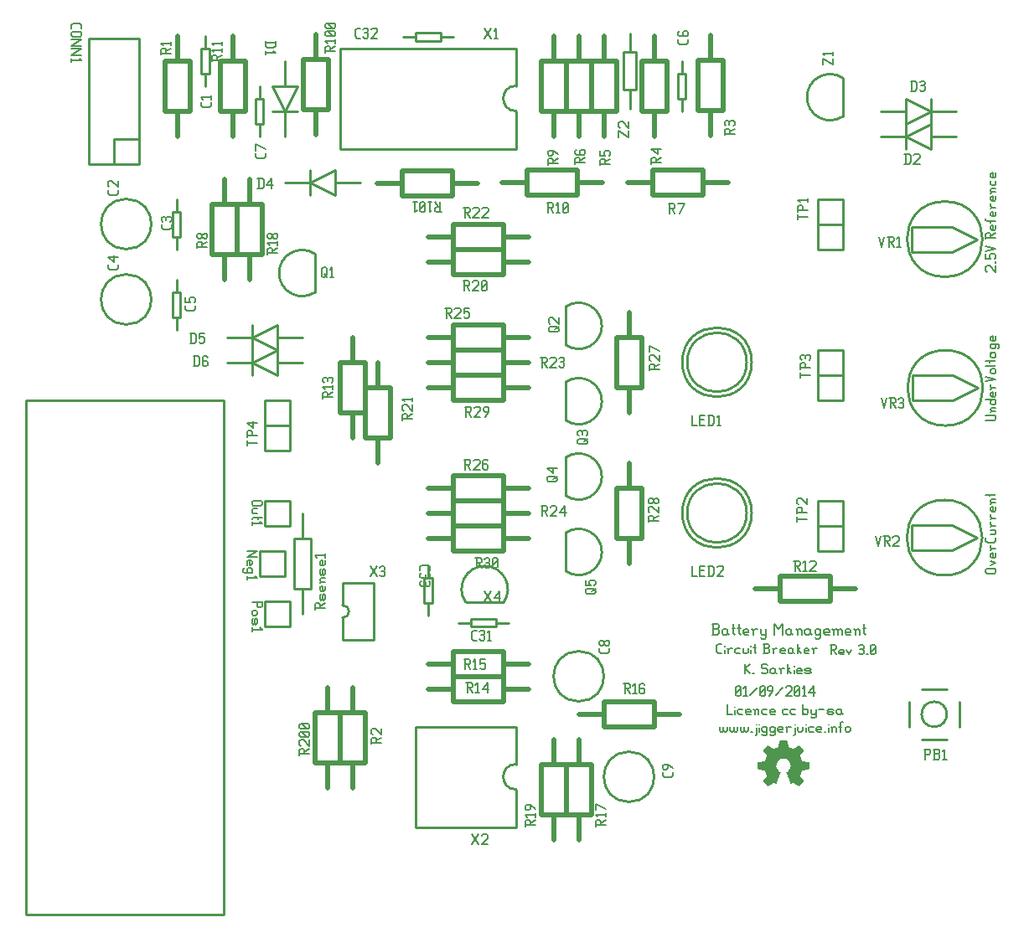
<source format=gto>
G04 start of page 8 for group -4079 idx -4079 *
G04 Title: (unknown), topsilk *
G04 Creator: pcb 20110918 *
G04 CreationDate: Tue 30 Dec 2014 03:53:00 GMT UTC *
G04 For: ksarkies *
G04 Format: Gerber/RS-274X *
G04 PCB-Dimensions: 390000 390000 *
G04 PCB-Coordinate-Origin: lower left *
%MOIN*%
%FSLAX25Y25*%
%LNTOPSILK*%
%ADD94C,0.0200*%
%ADD93C,0.0060*%
%ADD92C,0.0100*%
%ADD91C,0.0001*%
G54D91*G36*
X300177Y69614D02*X302754D01*
X302837Y69582D01*
X302884Y69506D01*
X302933Y69267D01*
X302977Y69045D01*
X303368Y66913D01*
X303415Y66825D01*
X303498Y66767D01*
X303601Y66723D01*
X304391Y66452D01*
X305141Y66094D01*
X305147D01*
X305234Y66056D01*
X305331Y66042D01*
X305429Y66073D01*
X307202Y67292D01*
X307393Y67417D01*
X307594Y67553D01*
X307680Y67578D01*
X307762Y67542D01*
X308093Y67212D01*
X308597Y66712D01*
X308755Y66549D01*
X309254Y66051D01*
X309416Y65894D01*
X309584Y65720D01*
X309623Y65635D01*
X309601Y65546D01*
X309465Y65345D01*
X309336Y65155D01*
X308147Y63419D01*
X308115Y63327D01*
X308130Y63230D01*
X308175Y63131D01*
X308858Y61525D01*
X308895Y61434D01*
X308958Y61356D01*
X309048Y61309D01*
X311087Y60928D01*
X311311Y60885D01*
X311554Y60842D01*
X311629Y60795D01*
X311658Y60712D01*
Y58135D01*
X311629Y58046D01*
X311554Y57999D01*
X311311Y57956D01*
X311087Y57913D01*
X309108Y57544D01*
X309020Y57496D01*
X308966Y57413D01*
X308938Y57353D01*
Y57342D01*
X308223Y55569D01*
X308218Y55557D01*
X308201Y55514D01*
X308184Y55413D01*
X308212Y55319D01*
X309341Y53687D01*
X309465Y53496D01*
X309606Y53295D01*
X309625Y53209D01*
X309584Y53127D01*
X309416Y52948D01*
X309254Y52791D01*
X307936Y51473D01*
X307762Y51305D01*
X307680Y51264D01*
X307594Y51282D01*
X307393Y51424D01*
X307202Y51548D01*
X305608Y52645D01*
X305509Y52674D01*
X305412Y52655D01*
X305081Y52471D01*
X304887Y52362D01*
X304540Y52184D01*
X304455Y52178D01*
X304393Y52238D01*
X304247Y52595D01*
X304159Y52802D01*
X302776Y56160D01*
X302688Y56366D01*
X302591Y56599D01*
X302587Y56694D01*
X302640Y56767D01*
X302863Y56898D01*
X303004Y57006D01*
X303540Y57452D01*
X303955Y58016D01*
X304222Y58675D01*
X304316Y59405D01*
X304258Y59980D01*
X304093Y60514D01*
X303830Y60999D01*
X303481Y61421D01*
X303061Y61770D01*
X302577Y62034D01*
X302043Y62199D01*
X301469Y62257D01*
X300894Y62199D01*
X300359Y62034D01*
X299876Y61770D01*
X299454Y61421D01*
X299106Y60999D01*
X298844Y60514D01*
X298679Y59980D01*
X298620Y59405D01*
X298713Y58675D01*
X298980Y58016D01*
X299394Y57452D01*
X299933Y57006D01*
X300069Y56898D01*
X300291Y56767D01*
X300345Y56694D01*
X300340Y56599D01*
X300243Y56366D01*
X300155Y56160D01*
X298772Y52802D01*
X298686Y52595D01*
X298538Y52238D01*
X298477Y52178D01*
X298393Y52184D01*
X298051Y52362D01*
X297850Y52471D01*
X297519Y52655D01*
X297420Y52674D01*
X297323Y52645D01*
X295729Y51548D01*
X295544Y51424D01*
X295338Y51282D01*
X295251Y51264D01*
X295169Y51305D01*
X294995Y51473D01*
X294838Y51635D01*
X294340Y52134D01*
X294177Y52292D01*
X293677Y52791D01*
X293515Y52948D01*
X293347Y53127D01*
X293308Y53209D01*
X293330Y53295D01*
X293466Y53496D01*
X293597Y53687D01*
X294719Y55319D01*
X294747Y55413D01*
X294730Y55514D01*
X294708Y55574D01*
X293998Y57348D01*
X293965Y57413D01*
X293911Y57496D01*
X293825Y57544D01*
X291844Y57913D01*
X291622Y57956D01*
X291383Y57999D01*
X291304Y58049D01*
X291275Y58135D01*
Y60712D01*
X291304Y60795D01*
X291383Y60842D01*
X291622Y60891D01*
X291844Y60928D01*
X293884Y61309D01*
X293973Y61356D01*
X294036Y61439D01*
X294073Y61525D01*
X294762Y63131D01*
X294801Y63230D01*
X294818Y63327D01*
X294790Y63419D01*
X293597Y65160D01*
X293466Y65345D01*
X293330Y65546D01*
X293308Y65635D01*
X293347Y65720D01*
X293515Y65894D01*
X293677Y66051D01*
X295169Y67542D01*
X295251Y67578D01*
X295338Y67559D01*
X295544Y67423D01*
X295729Y67292D01*
X297502Y66073D01*
X297600Y66044D01*
X297698Y66062D01*
X297784Y66094D01*
X297795Y66099D01*
X298541Y66453D01*
X299331Y66728D01*
X299434Y66767D01*
X299518Y66825D01*
X299563Y66913D01*
X299961Y69045D01*
X299998Y69267D01*
X300047Y69506D01*
X300094Y69582D01*
X300177Y69614D01*
G37*
G54D92*X0Y204961D02*X78740D01*
Y236D02*X0D01*
Y204961D01*
X78740D02*Y236D01*
G54D93*X275593Y104050D02*X276880D01*
X274900Y104743D02*X275593Y104050D01*
X274900Y107317D02*Y104743D01*
Y107317D02*X275593Y108010D01*
X276880D01*
X278068Y107020D02*Y106921D01*
Y105535D02*Y104050D01*
X279553Y105535D02*Y104050D01*
Y105535D02*X280048Y106030D01*
X281038D01*
X279058D02*X279553Y105535D01*
X282721Y106030D02*X284206D01*
X282226Y105535D02*X282721Y106030D01*
X282226Y105535D02*Y104545D01*
X282721Y104050D01*
X284206D01*
X285394Y106030D02*Y104545D01*
X285889Y104050D01*
X286879D01*
X287374Y104545D01*
Y106030D02*Y104545D01*
X288562Y107020D02*Y106921D01*
Y105535D02*Y104050D01*
X290047Y108010D02*Y104545D01*
X290542Y104050D01*
X289552Y106525D02*X290542D01*
X293314Y104050D02*X295294D01*
X295789Y104545D01*
Y105733D02*Y104545D01*
X295294Y106228D02*X295789Y105733D01*
X293809Y106228D02*X295294D01*
X293809Y108010D02*Y104050D01*
X293314Y108010D02*X295294D01*
X295789Y107515D01*
Y106723D01*
X295294Y106228D02*X295789Y106723D01*
X297472Y105535D02*Y104050D01*
Y105535D02*X297967Y106030D01*
X298957D01*
X296977D02*X297472Y105535D01*
X300640Y104050D02*X302125D01*
X300145Y104545D02*X300640Y104050D01*
X300145Y105535D02*Y104545D01*
Y105535D02*X300640Y106030D01*
X301630D01*
X302125Y105535D01*
X300145Y105040D02*X302125D01*
Y105535D02*Y105040D01*
X304798Y106030D02*X305293Y105535D01*
X303808Y106030D02*X304798D01*
X303313Y105535D02*X303808Y106030D01*
X303313Y105535D02*Y104545D01*
X303808Y104050D01*
X305293Y106030D02*Y104545D01*
X305788Y104050D01*
X303808D02*X304798D01*
X305293Y104545D01*
X306976Y108010D02*Y104050D01*
Y105535D02*X308461Y104050D01*
X306976Y105535D02*X307966Y106525D01*
X310144Y104050D02*X311629D01*
X309649Y104545D02*X310144Y104050D01*
X309649Y105535D02*Y104545D01*
Y105535D02*X310144Y106030D01*
X311134D01*
X311629Y105535D01*
X309649Y105040D02*X311629D01*
Y105535D02*Y105040D01*
X313312Y105535D02*Y104050D01*
Y105535D02*X313807Y106030D01*
X314797D01*
X312817D02*X313312Y105535D01*
X286000Y100010D02*Y96050D01*
Y98030D02*X287980Y100010D01*
X286000Y98030D02*X287980Y96050D01*
X289168D02*X289663D01*
X294613Y100010D02*X295108Y99515D01*
X293128Y100010D02*X294613D01*
X292633Y99515D02*X293128Y100010D01*
X292633Y99515D02*Y98525D01*
X293128Y98030D01*
X294613D01*
X295108Y97535D01*
Y96545D01*
X294613Y96050D02*X295108Y96545D01*
X293128Y96050D02*X294613D01*
X292633Y96545D02*X293128Y96050D01*
X297781Y98030D02*X298276Y97535D01*
X296791Y98030D02*X297781D01*
X296296Y97535D02*X296791Y98030D01*
X296296Y97535D02*Y96545D01*
X296791Y96050D01*
X298276Y98030D02*Y96545D01*
X298771Y96050D01*
X296791D02*X297781D01*
X298276Y96545D01*
X300454Y97535D02*Y96050D01*
Y97535D02*X300949Y98030D01*
X301939D01*
X299959D02*X300454Y97535D01*
X303127Y100010D02*Y96050D01*
Y97535D02*X304612Y96050D01*
X303127Y97535D02*X304117Y98525D01*
X305800Y99020D02*Y98921D01*
Y97535D02*Y96050D01*
X307285D02*X308770D01*
X306790Y96545D02*X307285Y96050D01*
X306790Y97535D02*Y96545D01*
Y97535D02*X307285Y98030D01*
X308275D01*
X308770Y97535D01*
X306790Y97040D02*X308770D01*
Y97535D02*Y97040D01*
X310453Y96050D02*X311938D01*
X312433Y96545D01*
X311938Y97040D02*X312433Y96545D01*
X310453Y97040D02*X311938D01*
X309958Y97535D02*X310453Y97040D01*
X309958Y97535D02*X310453Y98030D01*
X311938D01*
X312433Y97535D01*
X309958Y96545D02*X310453Y96050D01*
X273000Y111550D02*X275180D01*
X275725Y112095D01*
Y113403D02*Y112095D01*
X275180Y113948D02*X275725Y113403D01*
X273545Y113948D02*X275180D01*
X273545Y115910D02*Y111550D01*
X273000Y115910D02*X275180D01*
X275725Y115365D01*
Y114493D01*
X275180Y113948D02*X275725Y114493D01*
X278668Y113730D02*X279213Y113185D01*
X277578Y113730D02*X278668D01*
X277033Y113185D02*X277578Y113730D01*
X277033Y113185D02*Y112095D01*
X277578Y111550D01*
X279213Y113730D02*Y112095D01*
X279758Y111550D01*
X277578D02*X278668D01*
X279213Y112095D01*
X281611Y115910D02*Y112095D01*
X282156Y111550D01*
X281066Y114275D02*X282156D01*
X283791Y115910D02*Y112095D01*
X284336Y111550D01*
X283246Y114275D02*X284336D01*
X285971Y111550D02*X287606D01*
X285426Y112095D02*X285971Y111550D01*
X285426Y113185D02*Y112095D01*
Y113185D02*X285971Y113730D01*
X287061D01*
X287606Y113185D01*
X285426Y112640D02*X287606D01*
Y113185D02*Y112640D01*
X289459Y113185D02*Y111550D01*
Y113185D02*X290004Y113730D01*
X291094D01*
X288914D02*X289459Y113185D01*
X292402Y113730D02*Y112095D01*
X292947Y111550D01*
X294582Y113730D02*Y110460D01*
X294037Y109915D02*X294582Y110460D01*
X292947Y109915D02*X294037D01*
X292402Y110460D02*X292947Y109915D01*
Y111550D02*X294037D01*
X294582Y112095D01*
X297852Y115910D02*Y111550D01*
Y115910D02*X299487Y113730D01*
X301122Y115910D01*
Y111550D01*
X304065Y113730D02*X304610Y113185D01*
X302975Y113730D02*X304065D01*
X302430Y113185D02*X302975Y113730D01*
X302430Y113185D02*Y112095D01*
X302975Y111550D01*
X304610Y113730D02*Y112095D01*
X305155Y111550D01*
X302975D02*X304065D01*
X304610Y112095D01*
X307008Y113185D02*Y111550D01*
Y113185D02*X307553Y113730D01*
X308098D01*
X308643Y113185D01*
Y111550D01*
X306463Y113730D02*X307008Y113185D01*
X311586Y113730D02*X312131Y113185D01*
X310496Y113730D02*X311586D01*
X309951Y113185D02*X310496Y113730D01*
X309951Y113185D02*Y112095D01*
X310496Y111550D01*
X312131Y113730D02*Y112095D01*
X312676Y111550D01*
X310496D02*X311586D01*
X312131Y112095D01*
X315619Y113730D02*X316164Y113185D01*
X314529Y113730D02*X315619D01*
X313984Y113185D02*X314529Y113730D01*
X313984Y113185D02*Y112095D01*
X314529Y111550D01*
X315619D01*
X316164Y112095D01*
X313984Y110460D02*X314529Y109915D01*
X315619D01*
X316164Y110460D01*
Y113730D02*Y110460D01*
X318017Y111550D02*X319652D01*
X317472Y112095D02*X318017Y111550D01*
X317472Y113185D02*Y112095D01*
Y113185D02*X318017Y113730D01*
X319107D01*
X319652Y113185D01*
X317472Y112640D02*X319652D01*
Y113185D02*Y112640D01*
X321505Y113185D02*Y111550D01*
Y113185D02*X322050Y113730D01*
X322595D01*
X323140Y113185D01*
Y111550D01*
Y113185D02*X323685Y113730D01*
X324230D01*
X324775Y113185D01*
Y111550D01*
X320960Y113730D02*X321505Y113185D01*
X326628Y111550D02*X328263D01*
X326083Y112095D02*X326628Y111550D01*
X326083Y113185D02*Y112095D01*
Y113185D02*X326628Y113730D01*
X327718D01*
X328263Y113185D01*
X326083Y112640D02*X328263D01*
Y113185D02*Y112640D01*
X330116Y113185D02*Y111550D01*
Y113185D02*X330661Y113730D01*
X331206D01*
X331751Y113185D01*
Y111550D01*
X329571Y113730D02*X330116Y113185D01*
X333604Y115910D02*Y112095D01*
X334149Y111550D01*
X333059Y114275D02*X334149D01*
X279000Y84000D02*Y80000D01*
X281000D01*
X282200Y83000D02*Y82900D01*
Y81500D02*Y80000D01*
X283700Y82000D02*X285200D01*
X283200Y81500D02*X283700Y82000D01*
X283200Y81500D02*Y80500D01*
X283700Y80000D01*
X285200D01*
X286900D02*X288400D01*
X286400Y80500D02*X286900Y80000D01*
X286400Y81500D02*Y80500D01*
Y81500D02*X286900Y82000D01*
X287900D01*
X288400Y81500D01*
X286400Y81000D02*X288400D01*
Y81500D02*Y81000D01*
X290100Y81500D02*Y80000D01*
Y81500D02*X290600Y82000D01*
X291100D01*
X291600Y81500D01*
Y80000D01*
X289600Y82000D02*X290100Y81500D01*
X293300Y82000D02*X294800D01*
X292800Y81500D02*X293300Y82000D01*
X292800Y81500D02*Y80500D01*
X293300Y80000D01*
X294800D01*
X296500D02*X298000D01*
X296000Y80500D02*X296500Y80000D01*
X296000Y81500D02*Y80500D01*
Y81500D02*X296500Y82000D01*
X297500D01*
X298000Y81500D01*
X296000Y81000D02*X298000D01*
Y81500D02*Y81000D01*
X301500Y82000D02*X303000D01*
X301000Y81500D02*X301500Y82000D01*
X301000Y81500D02*Y80500D01*
X301500Y80000D01*
X303000D01*
X304700Y82000D02*X306200D01*
X304200Y81500D02*X304700Y82000D01*
X304200Y81500D02*Y80500D01*
X304700Y80000D01*
X306200D01*
X309200Y84000D02*Y80000D01*
Y80500D02*X309700Y80000D01*
X310700D01*
X311200Y80500D01*
Y81500D02*Y80500D01*
X310700Y82000D02*X311200Y81500D01*
X309700Y82000D02*X310700D01*
X309200Y81500D02*X309700Y82000D01*
X312400D02*Y80500D01*
X312900Y80000D01*
X314400Y82000D02*Y79000D01*
X313900Y78500D02*X314400Y79000D01*
X312900Y78500D02*X313900D01*
X312400Y79000D02*X312900Y78500D01*
Y80000D02*X313900D01*
X314400Y80500D01*
X315600Y82000D02*X317600D01*
X319300Y80000D02*X320800D01*
X321300Y80500D01*
X320800Y81000D02*X321300Y80500D01*
X319300Y81000D02*X320800D01*
X318800Y81500D02*X319300Y81000D01*
X318800Y81500D02*X319300Y82000D01*
X320800D01*
X321300Y81500D01*
X318800Y80500D02*X319300Y80000D01*
X324000Y82000D02*X324500Y81500D01*
X323000Y82000D02*X324000D01*
X322500Y81500D02*X323000Y82000D01*
X322500Y81500D02*Y80500D01*
X323000Y80000D01*
X324500Y82000D02*Y80500D01*
X325000Y80000D01*
X323000D02*X324000D01*
X324500Y80500D01*
X282500Y87680D02*X282980Y87200D01*
X282500Y90560D02*Y87680D01*
Y90560D02*X282980Y91040D01*
X283940D01*
X284420Y90560D01*
Y87680D01*
X283940Y87200D02*X284420Y87680D01*
X282980Y87200D02*X283940D01*
X282500Y88160D02*X284420Y90080D01*
X285572Y90272D02*X286340Y91040D01*
Y87200D01*
X285572D02*X287012D01*
X288164Y87680D02*X291044Y90560D01*
X292196Y87680D02*X292676Y87200D01*
X292196Y90560D02*Y87680D01*
Y90560D02*X292676Y91040D01*
X293636D01*
X294116Y90560D01*
Y87680D01*
X293636Y87200D02*X294116Y87680D01*
X292676Y87200D02*X293636D01*
X292196Y88160D02*X294116Y90080D01*
X295748Y87200D02*X297188Y89120D01*
Y90560D02*Y89120D01*
X296708Y91040D02*X297188Y90560D01*
X295748Y91040D02*X296708D01*
X295268Y90560D02*X295748Y91040D01*
X295268Y90560D02*Y89600D01*
X295748Y89120D01*
X297188D01*
X298340Y87680D02*X301220Y90560D01*
X302372D02*X302852Y91040D01*
X304292D01*
X304772Y90560D01*
Y89600D01*
X302372Y87200D02*X304772Y89600D01*
X302372Y87200D02*X304772D01*
X305924Y87680D02*X306404Y87200D01*
X305924Y90560D02*Y87680D01*
Y90560D02*X306404Y91040D01*
X307364D01*
X307844Y90560D01*
Y87680D01*
X307364Y87200D02*X307844Y87680D01*
X306404Y87200D02*X307364D01*
X305924Y88160D02*X307844Y90080D01*
X308996Y90272D02*X309764Y91040D01*
Y87200D01*
X308996D02*X310436D01*
X311588Y88640D02*X313508Y91040D01*
X311588Y88640D02*X313988D01*
X313508Y91040D02*Y87200D01*
X381960Y197000D02*X385320D01*
X385800Y197480D01*
Y198440D02*Y197480D01*
Y198440D02*X385320Y198920D01*
X381960D02*X385320D01*
X384360Y200552D02*X385800D01*
X384360D02*X383880Y201032D01*
Y201512D02*Y201032D01*
Y201512D02*X384360Y201992D01*
X385800D01*
X383880Y200072D02*X384360Y200552D01*
X381960Y205064D02*X385800D01*
Y204584D02*X385320Y205064D01*
X385800Y204584D02*Y203624D01*
X385320Y203144D02*X385800Y203624D01*
X384360Y203144D02*X385320D01*
X384360D02*X383880Y203624D01*
Y204584D02*Y203624D01*
Y204584D02*X384360Y205064D01*
X385800Y208136D02*Y206696D01*
X385320Y206216D02*X385800Y206696D01*
X384360Y206216D02*X385320D01*
X384360D02*X383880Y206696D01*
Y207656D02*Y206696D01*
Y207656D02*X384360Y208136D01*
X384840D02*Y206216D01*
X384360Y208136D02*X384840D01*
X384360Y209768D02*X385800D01*
X384360D02*X383880Y210248D01*
Y211208D02*Y210248D01*
Y209288D02*X384360Y209768D01*
X381960Y212360D02*X385800Y213320D01*
X381960Y214280D01*
X384360Y215432D02*X385320D01*
X384360D02*X383880Y215912D01*
Y216872D02*Y215912D01*
Y216872D02*X384360Y217352D01*
X385320D01*
X385800Y216872D02*X385320Y217352D01*
X385800Y216872D02*Y215912D01*
X385320Y215432D02*X385800Y215912D01*
X381960Y218504D02*X385320D01*
X385800Y218984D01*
X381960Y220424D02*X385320D01*
X385800Y220904D01*
X383400D02*Y219944D01*
X383880Y223304D02*X384360Y223784D01*
X383880Y223304D02*Y222344D01*
X384360Y221864D02*X383880Y222344D01*
X384360Y221864D02*X385320D01*
X385800Y222344D01*
X383880Y223784D02*X385320D01*
X385800Y224264D01*
Y223304D02*Y222344D01*
Y223304D02*X385320Y223784D01*
X383880Y226856D02*X384360Y227336D01*
X383880Y226856D02*Y225896D01*
X384360Y225416D02*X383880Y225896D01*
X384360Y225416D02*X385320D01*
X385800Y225896D01*
Y226856D02*Y225896D01*
Y226856D02*X385320Y227336D01*
X386760Y225416D02*X387240Y225896D01*
Y226856D02*Y225896D01*
Y226856D02*X386760Y227336D01*
X383880D02*X386760D01*
X385800Y230408D02*Y228968D01*
X385320Y228488D02*X385800Y228968D01*
X384360Y228488D02*X385320D01*
X384360D02*X383880Y228968D01*
Y229928D02*Y228968D01*
Y229928D02*X384360Y230408D01*
X384840D02*Y228488D01*
X384360Y230408D02*X384840D01*
X382440Y256000D02*X381960Y256480D01*
Y257920D02*Y256480D01*
Y257920D02*X382440Y258400D01*
X383400D01*
X385800Y256000D02*X383400Y258400D01*
X385800D02*Y256000D01*
Y260032D02*Y259552D01*
X381960Y263104D02*Y261184D01*
X383880D01*
X383400Y261664D01*
Y262624D02*Y261664D01*
Y262624D02*X383880Y263104D01*
X385320D01*
X385800Y262624D02*X385320Y263104D01*
X385800Y262624D02*Y261664D01*
X385320Y261184D02*X385800Y261664D01*
X381960Y264256D02*X385800Y265216D01*
X381960Y266176D01*
Y270976D02*Y269056D01*
Y270976D02*X382440Y271456D01*
X383400D01*
X383880Y270976D02*X383400Y271456D01*
X383880Y270976D02*Y269536D01*
X381960D02*X385800D01*
X383880Y270304D02*X385800Y271456D01*
Y274528D02*Y273088D01*
X385320Y272608D02*X385800Y273088D01*
X384360Y272608D02*X385320D01*
X384360D02*X383880Y273088D01*
Y274048D02*Y273088D01*
Y274048D02*X384360Y274528D01*
X384840D02*Y272608D01*
X384360Y274528D02*X384840D01*
X382440Y276160D02*X385800D01*
X382440D02*X381960Y276640D01*
Y277120D02*Y276640D01*
X383880D02*Y275680D01*
X385800Y280000D02*Y278560D01*
X385320Y278080D02*X385800Y278560D01*
X384360Y278080D02*X385320D01*
X384360D02*X383880Y278560D01*
Y279520D02*Y278560D01*
Y279520D02*X384360Y280000D01*
X384840D02*Y278080D01*
X384360Y280000D02*X384840D01*
X384360Y281632D02*X385800D01*
X384360D02*X383880Y282112D01*
Y283072D02*Y282112D01*
Y281152D02*X384360Y281632D01*
X385800Y286144D02*Y284704D01*
X385320Y284224D02*X385800Y284704D01*
X384360Y284224D02*X385320D01*
X384360D02*X383880Y284704D01*
Y285664D02*Y284704D01*
Y285664D02*X384360Y286144D01*
X384840D02*Y284224D01*
X384360Y286144D02*X384840D01*
X384360Y287776D02*X385800D01*
X384360D02*X383880Y288256D01*
Y288736D02*Y288256D01*
Y288736D02*X384360Y289216D01*
X385800D01*
X383880Y287296D02*X384360Y287776D01*
X383880Y292288D02*Y290848D01*
X384360Y290368D02*X383880Y290848D01*
X384360Y290368D02*X385320D01*
X385800Y290848D01*
Y292288D02*Y290848D01*
Y295360D02*Y293920D01*
X385320Y293440D02*X385800Y293920D01*
X384360Y293440D02*X385320D01*
X384360D02*X383880Y293920D01*
Y294880D02*Y293920D01*
Y294880D02*X384360Y295360D01*
X384840D02*Y293440D01*
X384360Y295360D02*X384840D01*
X382440Y136000D02*X385320D01*
X382440D02*X381960Y136480D01*
Y137440D02*Y136480D01*
Y137440D02*X382440Y137920D01*
X385320D01*
X385800Y137440D02*X385320Y137920D01*
X385800Y137440D02*Y136480D01*
X385320Y136000D02*X385800Y136480D01*
X383880Y139072D02*X385800Y140032D01*
X383880Y140992D02*X385800Y140032D01*
Y144064D02*Y142624D01*
X385320Y142144D02*X385800Y142624D01*
X384360Y142144D02*X385320D01*
X384360D02*X383880Y142624D01*
Y143584D02*Y142624D01*
Y143584D02*X384360Y144064D01*
X384840D02*Y142144D01*
X384360Y144064D02*X384840D01*
X384360Y145696D02*X385800D01*
X384360D02*X383880Y146176D01*
Y147136D02*Y146176D01*
Y145216D02*X384360Y145696D01*
X385800Y150208D02*Y148960D01*
X385128Y148288D02*X385800Y148960D01*
X382632Y148288D02*X385128D01*
X382632D02*X381960Y148960D01*
Y150208D02*Y148960D01*
X383880Y151360D02*X385320D01*
X385800Y151840D01*
Y152800D02*Y151840D01*
Y152800D02*X385320Y153280D01*
X383880D02*X385320D01*
X384360Y154912D02*X385800D01*
X384360D02*X383880Y155392D01*
Y156352D02*Y155392D01*
Y154432D02*X384360Y154912D01*
Y157984D02*X385800D01*
X384360D02*X383880Y158464D01*
Y159424D02*Y158464D01*
Y157504D02*X384360Y157984D01*
X385800Y162496D02*Y161056D01*
X385320Y160576D02*X385800Y161056D01*
X384360Y160576D02*X385320D01*
X384360D02*X383880Y161056D01*
Y162016D02*Y161056D01*
Y162016D02*X384360Y162496D01*
X384840D02*Y160576D01*
X384360Y162496D02*X384840D01*
X384360Y164128D02*X385800D01*
X384360D02*X383880Y164608D01*
Y165088D02*Y164608D01*
Y165088D02*X384360Y165568D01*
X385800D01*
X383880Y163648D02*X384360Y164128D01*
X381960Y167200D02*X385320D01*
X385800Y167680D01*
X383400D02*Y166720D01*
X276000Y75000D02*Y73500D01*
X276500Y73000D01*
X277000D01*
X277500Y73500D01*
Y75000D02*Y73500D01*
X278000Y73000D01*
X278500D01*
X279000Y73500D01*
Y75000D02*Y73500D01*
X280200Y75000D02*Y73500D01*
X280700Y73000D01*
X281200D01*
X281700Y73500D01*
Y75000D02*Y73500D01*
X282200Y73000D01*
X282700D01*
X283200Y73500D01*
Y75000D02*Y73500D01*
X284400Y75000D02*Y73500D01*
X284900Y73000D01*
X285400D01*
X285900Y73500D01*
Y75000D02*Y73500D01*
X286400Y73000D01*
X286900D01*
X287400Y73500D01*
Y75000D02*Y73500D01*
X288600Y73000D02*X289100D01*
X290800Y76000D02*Y75900D01*
Y74500D02*Y72000D01*
X290300Y71500D02*X290800Y72000D01*
X291800Y76000D02*Y75900D01*
Y74500D02*Y73000D01*
X294300Y75000D02*X294800Y74500D01*
X293300Y75000D02*X294300D01*
X292800Y74500D02*X293300Y75000D01*
X292800Y74500D02*Y73500D01*
X293300Y73000D01*
X294300D01*
X294800Y73500D01*
X292800Y72000D02*X293300Y71500D01*
X294300D01*
X294800Y72000D01*
Y75000D02*Y72000D01*
X297500Y75000D02*X298000Y74500D01*
X296500Y75000D02*X297500D01*
X296000Y74500D02*X296500Y75000D01*
X296000Y74500D02*Y73500D01*
X296500Y73000D01*
X297500D01*
X298000Y73500D01*
X296000Y72000D02*X296500Y71500D01*
X297500D01*
X298000Y72000D01*
Y75000D02*Y72000D01*
X299700Y73000D02*X301200D01*
X299200Y73500D02*X299700Y73000D01*
X299200Y74500D02*Y73500D01*
Y74500D02*X299700Y75000D01*
X300700D01*
X301200Y74500D01*
X299200Y74000D02*X301200D01*
Y74500D02*Y74000D01*
X302900Y74500D02*Y73000D01*
Y74500D02*X303400Y75000D01*
X304400D01*
X302400D02*X302900Y74500D01*
X306100Y76000D02*Y75900D01*
Y74500D02*Y72000D01*
X305600Y71500D02*X306100Y72000D01*
X307100Y75000D02*Y73500D01*
X307600Y73000D01*
X308600D01*
X309100Y73500D01*
Y75000D02*Y73500D01*
X310300Y76000D02*Y75900D01*
Y74500D02*Y73000D01*
X311800Y75000D02*X313300D01*
X311300Y74500D02*X311800Y75000D01*
X311300Y74500D02*Y73500D01*
X311800Y73000D01*
X313300D01*
X315000D02*X316500D01*
X314500Y73500D02*X315000Y73000D01*
X314500Y74500D02*Y73500D01*
Y74500D02*X315000Y75000D01*
X316000D01*
X316500Y74500D01*
X314500Y74000D02*X316500D01*
Y74500D02*Y74000D01*
X317700Y73000D02*X318200D01*
X319400Y76000D02*Y75900D01*
Y74500D02*Y73000D01*
X320900Y74500D02*Y73000D01*
Y74500D02*X321400Y75000D01*
X321900D01*
X322400Y74500D01*
Y73000D01*
X320400Y75000D02*X320900Y74500D01*
X324100Y76500D02*Y73000D01*
Y76500D02*X324600Y77000D01*
X325100D01*
X323600Y75000D02*X324600D01*
X326100Y74500D02*Y73500D01*
Y74500D02*X326600Y75000D01*
X327600D01*
X328100Y74500D01*
Y73500D01*
X327600Y73000D02*X328100Y73500D01*
X326600Y73000D02*X327600D01*
X326100Y73500D02*X326600Y73000D01*
X320000Y107540D02*X321920D01*
X322400Y107060D01*
Y106100D01*
X321920Y105620D02*X322400Y106100D01*
X320480Y105620D02*X321920D01*
X320480Y107540D02*Y103700D01*
X321248Y105620D02*X322400Y103700D01*
X324032D02*X325472D01*
X323552Y104180D02*X324032Y103700D01*
X323552Y105140D02*Y104180D01*
Y105140D02*X324032Y105620D01*
X324992D01*
X325472Y105140D01*
X323552Y104660D02*X325472D01*
Y105140D02*Y104660D01*
X326624Y105620D02*X327584Y103700D01*
X328544Y105620D02*X327584Y103700D01*
X331424Y107060D02*X331904Y107540D01*
X332864D01*
X333344Y107060D01*
X332864Y103700D02*X333344Y104180D01*
X331904Y103700D02*X332864D01*
X331424Y104180D02*X331904Y103700D01*
Y105812D02*X332864D01*
X333344Y107060D02*Y106292D01*
Y105332D02*Y104180D01*
Y105332D02*X332864Y105812D01*
X333344Y106292D02*X332864Y105812D01*
X334496Y103700D02*X334976D01*
X336128Y104180D02*X336608Y103700D01*
X336128Y107060D02*Y104180D01*
Y107060D02*X336608Y107540D01*
X337568D01*
X338048Y107060D01*
Y104180D01*
X337568Y103700D02*X338048Y104180D01*
X336608Y103700D02*X337568D01*
X336128Y104660D02*X338048Y106580D01*
G54D92*X263200Y220000D02*G75*G03X263200Y220000I11800J0D01*G01*
X261200D02*G75*G03X261200Y220000I13800J0D01*G01*
X325200Y333100D02*Y317900D01*
X325145Y333127D02*G75*G03X325145Y317873I-5145J-7627D01*G01*
G54D94*X277450Y340200D02*Y320200D01*
X267450D02*X277450D01*
X267450Y340200D02*Y320200D01*
Y340200D02*X277450D01*
X272450Y350200D02*Y340200D01*
Y320200D02*Y310200D01*
X255000Y340000D02*Y320000D01*
X245000D02*X255000D01*
X245000Y340000D02*Y320000D01*
Y340000D02*X255000D01*
X250000Y350000D02*Y340000D01*
Y320000D02*Y310000D01*
G54D92*X261000Y325000D02*Y320000D01*
Y340000D02*Y335000D01*
X259400D02*Y325000D01*
Y335000D02*X262600D01*
Y325000D01*
X259400D02*X262600D01*
X360000Y320000D02*X370000D01*
X340000D02*X350000D01*
X360000D02*X350000Y315000D01*
Y325000D02*Y315000D01*
Y325000D02*X360000Y320000D01*
Y325000D02*Y315000D01*
X315000Y225000D02*Y205000D01*
X325000D01*
Y225000D02*Y205000D01*
X315000Y225000D02*X325000D01*
X315000Y215000D02*X325000D01*
Y225000D02*Y215000D01*
X352800Y214800D02*Y204800D01*
X368800D01*
X378800Y209800D02*X368800Y204800D01*
Y214800D02*X378800Y209800D01*
X352800Y214800D02*X368800D01*
X365800Y224800D02*G75*G03X365800Y224800I0J-15000D01*G01*
X315000Y285000D02*Y265000D01*
X325000D01*
Y285000D02*Y265000D01*
X315000Y285000D02*X325000D01*
X315000Y275000D02*X325000D01*
Y285000D02*Y275000D01*
X352600Y274000D02*Y264000D01*
X368600D01*
X378600Y269000D02*X368600Y264000D01*
Y274000D02*X378600Y269000D01*
X352600Y274000D02*X368600D01*
X365600Y284000D02*G75*G03X365600Y284000I0J-15000D01*G01*
X340000Y310000D02*X350000D01*
X360000D02*X370000D01*
X350000D02*X360000Y315000D01*
Y305000D01*
X350000Y310000D01*
Y315000D02*Y305000D01*
G54D94*X249500Y286500D02*X269500D01*
X249500Y296500D02*Y286500D01*
Y296500D02*X269500D01*
Y286500D01*
Y291500D02*X279500D01*
X239500D02*X249500D01*
X74000Y283000D02*Y263000D01*
Y283000D02*X84000D01*
Y263000D01*
X74000D02*X84000D01*
X79000D02*Y253000D01*
Y293000D02*Y283000D01*
G54D92*X60000Y238000D02*Y233000D01*
Y253000D02*Y248000D01*
X58400D02*Y238000D01*
Y248000D02*X61600D01*
Y238000D01*
X58400D02*X61600D01*
X60000Y270000D02*Y265000D01*
Y285000D02*Y280000D01*
X58400D02*Y270000D01*
Y280000D02*X61600D01*
Y270000D01*
X58400D02*X61600D01*
X40000Y255000D02*G75*G03X40000Y255000I0J-10000D01*G01*
Y285000D02*G75*G03X40000Y285000I0J-10000D01*G01*
G54D94*X94000Y283000D02*Y263000D01*
X84000D02*X94000D01*
X84000Y283000D02*Y263000D01*
Y283000D02*X94000D01*
X89000Y293000D02*Y283000D01*
Y263000D02*Y253000D01*
G54D92*X80000Y220000D02*X90000D01*
X100000D02*X110000D01*
X90000D02*X100000Y225000D01*
Y215000D01*
X90000Y220000D01*
Y225000D02*Y215000D01*
X80000Y230000D02*X90000D01*
X100000D02*X110000D01*
X90000D02*X100000Y235000D01*
Y225000D01*
X90000Y230000D01*
Y235000D02*Y225000D01*
G54D94*X170000Y255000D02*X190000D01*
X170000Y265000D02*Y255000D01*
Y265000D02*X190000D01*
Y255000D01*
Y260000D02*X200000D01*
X160000D02*X170000D01*
Y265000D02*X190000D01*
X170000Y275000D02*Y265000D01*
Y275000D02*X190000D01*
Y265000D01*
Y270000D02*X200000D01*
X160000D02*X170000D01*
G54D92*X115200Y263100D02*Y247900D01*
X115145Y263127D02*G75*G03X115145Y247873I-5145J-7627D01*G01*
G54D94*X235000Y230000D02*Y210000D01*
Y230000D02*X245000D01*
Y210000D01*
X235000D02*X245000D01*
X240000D02*Y200000D01*
Y240000D02*Y230000D01*
X235000Y170000D02*Y150000D01*
Y170000D02*X245000D01*
Y150000D01*
X235000D02*X245000D01*
X240000D02*Y140000D01*
Y180000D02*Y170000D01*
G54D92*X214800Y212100D02*Y196900D01*
X214855Y196873D02*G75*G03X214855Y212127I5145J7627D01*G01*
X214800Y242100D02*Y226900D01*
X214855Y226873D02*G75*G03X214855Y242127I5145J7627D01*G01*
G54D94*X170000Y215000D02*X190000D01*
X170000Y225000D02*Y215000D01*
Y225000D02*X190000D01*
Y215000D01*
Y220000D02*X200000D01*
X160000D02*X170000D01*
Y205000D02*X190000D01*
X170000Y215000D02*Y205000D01*
Y215000D02*X190000D01*
Y205000D01*
Y210000D02*X200000D01*
X160000D02*X170000D01*
Y225000D02*X190000D01*
X170000Y235000D02*Y225000D01*
Y235000D02*X190000D01*
Y225000D01*
Y230000D02*X200000D01*
X160000D02*X170000D01*
X135000Y220000D02*Y200000D01*
X125000D02*X135000D01*
X125000Y220000D02*Y200000D01*
Y220000D02*X135000D01*
X130000Y230000D02*Y220000D01*
Y200000D02*Y190000D01*
G54D92*X105000Y205000D02*Y185000D01*
X95000Y205000D02*X105000D01*
X95000D02*Y185000D01*
X105000D01*
X95000Y195000D02*X105000D01*
X95000D02*Y185000D01*
G54D94*X145000Y210000D02*Y190000D01*
X135000D02*X145000D01*
X135000Y210000D02*Y190000D01*
Y210000D02*X145000D01*
X140000Y220000D02*Y210000D01*
Y190000D02*Y180000D01*
G54D92*X93000Y330000D02*Y325000D01*
Y315000D02*Y310000D01*
X94600Y325000D02*Y315000D01*
X91400D02*X94600D01*
X91400Y325000D02*Y315000D01*
Y325000D02*X94600D01*
X45000Y349000D02*Y299000D01*
X25000Y349000D02*X45000D01*
X25000D02*Y299000D01*
X45000D01*
X35000Y309000D02*X45000D01*
X35000D02*Y299000D01*
G54D94*X87500Y340000D02*Y320000D01*
X77500D02*X87500D01*
X77500Y340000D02*Y320000D01*
Y340000D02*X87500D01*
X82500Y350000D02*Y340000D01*
Y320000D02*Y310000D01*
X55500Y340000D02*Y320000D01*
Y340000D02*X65500D01*
Y320000D01*
X55500D02*X65500D01*
X60500D02*Y310000D01*
Y350000D02*Y340000D01*
G54D92*X71500Y334800D02*Y329800D01*
Y349800D02*Y344800D01*
X69900D02*Y334800D01*
Y344800D02*X73100D01*
Y334800D01*
X69900D02*X73100D01*
X103000Y320000D02*Y310000D01*
Y340000D02*Y330000D01*
Y320000D02*X98000Y330000D01*
X108000D01*
X103000Y320000D01*
X98000D02*X108000D01*
G54D94*X205000Y340000D02*Y320000D01*
Y340000D02*X215000D01*
Y320000D01*
X205000D02*X215000D01*
X210000D02*Y310000D01*
Y350000D02*Y340000D01*
X225000D02*Y320000D01*
X215000D02*X225000D01*
X215000Y340000D02*Y320000D01*
Y340000D02*X225000D01*
X220000Y350000D02*Y340000D01*
Y320000D02*Y310000D01*
X225000Y340000D02*Y320000D01*
Y340000D02*X235000D01*
Y320000D01*
X225000D02*X235000D01*
X230000D02*Y310000D01*
Y350000D02*Y340000D01*
G54D92*X103000Y291500D02*X113000D01*
X123000D02*X133000D01*
X113000D02*X123000Y296500D01*
Y286500D01*
X113000Y291500D01*
Y296500D02*Y286500D01*
X125000Y345000D02*X195000D01*
X125000D02*Y305000D01*
X195000D01*
Y345000D02*Y330000D01*
Y320000D02*Y305000D01*
Y330000D02*G75*G03X195000Y320000I0J-5000D01*G01*
X165000Y349600D02*X170000D01*
X150000D02*X155000D01*
Y348000D02*X165000D01*
X155000Y351200D02*Y348000D01*
Y351200D02*X165000D01*
Y348000D01*
G54D94*X110300Y340600D02*Y320600D01*
Y340600D02*X120300D01*
Y320600D01*
X110300D02*X120300D01*
X115300D02*Y310600D01*
Y350600D02*Y340600D01*
G54D92*X240400Y328400D02*Y320900D01*
Y350900D02*Y343400D01*
X237900D02*Y328400D01*
Y343400D02*X242900D01*
Y328400D01*
X237900D02*X242900D01*
G54D94*X199500Y286500D02*X219500D01*
X199500Y296500D02*Y286500D01*
Y296500D02*X219500D01*
Y286500D01*
Y291500D02*X229500D01*
X189500D02*X199500D01*
X149900Y286200D02*X169900D01*
X149900Y296200D02*Y286200D01*
Y296200D02*X169900D01*
Y286200D01*
Y291200D02*X179900D01*
X139900D02*X149900D01*
X300000Y125000D02*X320000D01*
X300000Y135000D02*Y125000D01*
Y135000D02*X320000D01*
Y125000D01*
Y130000D02*X330000D01*
X290000D02*X300000D01*
G54D92*X214800Y152100D02*Y136900D01*
X214855Y136873D02*G75*G03X214855Y152127I5145J7627D01*G01*
X263200Y160000D02*G75*G03X263200Y160000I11800J0D01*G01*
X261200D02*G75*G03X261200Y160000I13800J0D01*G01*
X315000Y165000D02*Y145000D01*
X325000D01*
Y165000D02*Y145000D01*
X315000Y165000D02*X325000D01*
X315000Y155000D02*X325000D01*
Y165000D02*Y155000D01*
X352500Y155200D02*Y145200D01*
X368500D01*
X378500Y150200D02*X368500Y145200D01*
Y155200D02*X378500Y150200D01*
X352500Y155200D02*X368500D01*
X365500Y165200D02*G75*G03X365500Y165200I0J-15000D01*G01*
X220000Y85000D02*G75*G03X220000Y85000I0J10000D01*G01*
G54D94*X230000Y75000D02*X250000D01*
X230000Y85000D02*Y75000D01*
Y85000D02*X250000D01*
Y75000D01*
Y80000D02*X260000D01*
X220000D02*X230000D01*
G54D92*X356400Y69900D02*X366400D01*
X356400Y89900D02*X366400D01*
X371400Y84900D02*Y74900D01*
X351400Y84900D02*Y74900D01*
X361400D02*G75*G03X361400Y74900I0J5000D01*G01*
X240000Y65000D02*G75*G03X240000Y65000I0J-10000D01*G01*
X110100Y129800D02*Y119800D01*
Y159800D02*Y149800D01*
X106800D02*Y129800D01*
Y149800D02*X113400D01*
Y129800D01*
X106800D02*X113400D01*
X160200Y139300D02*Y134300D01*
Y124300D02*Y119300D01*
X161800Y134300D02*Y124300D01*
X158600D02*X161800D01*
X158600Y134300D02*Y124300D01*
Y134300D02*X161800D01*
X172100Y116300D02*X177100D01*
X187100D02*X192100D01*
X177100Y117900D02*X187100D01*
Y114700D01*
X177100D01*
Y117900D01*
X190200Y124500D02*X175000D01*
X190227Y124555D02*G75*G03X174973Y124555I-7627J5145D01*G01*
X214800Y182100D02*Y166900D01*
X214855Y166873D02*G75*G03X214855Y182127I5145J7627D01*G01*
G54D94*X170000Y155000D02*X190000D01*
X170000Y165000D02*Y155000D01*
Y165000D02*X190000D01*
Y155000D01*
Y160000D02*X200000D01*
X160000D02*X170000D01*
Y165000D02*X190000D01*
X170000Y175000D02*Y165000D01*
Y175000D02*X190000D01*
Y165000D01*
Y170000D02*X200000D01*
X160000D02*X170000D01*
Y145000D02*X190000D01*
X170000Y155000D02*Y145000D01*
Y155000D02*X190000D01*
Y145000D01*
Y150000D02*X200000D01*
X160000D02*X170000D01*
Y85000D02*X190000D01*
X170000Y95000D02*Y85000D01*
Y95000D02*X190000D01*
Y85000D01*
Y90000D02*X200000D01*
X160000D02*X170000D01*
X215000Y60000D02*Y40000D01*
X205000D02*X215000D01*
X205000Y60000D02*Y40000D01*
Y60000D02*X215000D01*
X210000Y70000D02*Y60000D01*
Y40000D02*Y30000D01*
G54D92*X155000Y75000D02*X195000D01*
X155000D02*Y35000D01*
X195000D01*
Y75000D02*Y60000D01*
Y50000D02*Y35000D01*
Y60000D02*G75*G03X195000Y50000I0J-5000D01*G01*
G54D94*X215000Y60000D02*Y40000D01*
Y60000D02*X225000D01*
Y40000D01*
X215000D02*X225000D01*
X220000D02*Y30000D01*
Y70000D02*Y60000D01*
X135290Y80570D02*Y60570D01*
X125290D02*X135290D01*
X125290Y80570D02*Y60570D01*
Y80570D02*X135290D01*
X130290Y90570D02*Y80570D01*
Y60570D02*Y50570D01*
X115290Y80570D02*Y60570D01*
Y80570D02*X125290D01*
Y60570D01*
X115290D02*X125290D01*
X120290D02*Y50570D01*
Y90570D02*Y80570D01*
X170000Y105000D02*X190000D01*
Y95000D01*
X170000D02*X190000D01*
X170000Y105000D02*Y95000D01*
X160000Y100000D02*X170000D01*
X190000D02*X200000D01*
G54D92*X126100Y118300D02*Y109600D01*
Y132100D02*Y123300D01*
Y132100D02*X138300D01*
Y109600D01*
X126100D02*X138300D01*
X126100Y118300D02*G75*G03X126100Y123300I0J2500D01*G01*
X95000Y125000D02*Y115000D01*
X105000D01*
Y125000D01*
X95000D01*
Y115000D02*X105000D01*
Y125000D01*
X93000Y145000D02*Y135000D01*
X103000D01*
Y145000D01*
X93000D01*
Y135000D02*X103000D01*
Y145000D01*
X95000Y165000D02*Y155000D01*
X105000D01*
Y165000D01*
X95000D01*
Y155000D02*X105000D01*
Y165000D01*
G54D93*X305502Y140871D02*X307502D01*
X308002Y140371D01*
Y139371D01*
X307502Y138871D02*X308002Y139371D01*
X306002Y138871D02*X307502D01*
X306002Y140871D02*Y136871D01*
X306802Y138871D02*X308002Y136871D01*
X309202Y140071D02*X310002Y140871D01*
Y136871D01*
X309202D02*X310702D01*
X311902Y140371D02*X312402Y140871D01*
X313902D01*
X314402Y140371D01*
Y139371D01*
X311902Y136871D02*X314402Y139371D01*
X311902Y136871D02*X314402D01*
X265000Y139000D02*Y135000D01*
X267000D01*
X268200Y137200D02*X269700D01*
X268200Y135000D02*X270200D01*
X268200Y139000D02*Y135000D01*
Y139000D02*X270200D01*
X271900D02*Y135000D01*
X273200Y139000D02*X273900Y138300D01*
Y135700D01*
X273200Y135000D02*X273900Y135700D01*
X271400Y135000D02*X273200D01*
X271400Y139000D02*X273200D01*
X275100Y138500D02*X275600Y139000D01*
X277100D01*
X277600Y138500D01*
Y137500D01*
X275100Y135000D02*X277600Y137500D01*
X275100Y135000D02*X277600D01*
X306800Y158600D02*Y156600D01*
Y157600D02*X310800D01*
X306800Y160300D02*X310800D01*
X306800Y161800D02*Y159800D01*
Y161800D02*X307300Y162300D01*
X308300D01*
X308800Y161800D02*X308300Y162300D01*
X308800Y161800D02*Y160300D01*
X307300Y163500D02*X306800Y164000D01*
Y165500D02*Y164000D01*
Y165500D02*X307300Y166000D01*
X308300D01*
X310800Y163500D02*X308300Y166000D01*
X310800D02*Y163500D01*
X232200Y106100D02*Y104800D01*
X231500Y104100D02*X232200Y104800D01*
X228900Y104100D02*X231500D01*
X228900D02*X228200Y104800D01*
Y106100D02*Y104800D01*
X231700Y107300D02*X232200Y107800D01*
X230900Y107300D02*X231700D01*
X230900D02*X230200Y108000D01*
Y108600D02*Y108000D01*
Y108600D02*X230900Y109300D01*
X231700D01*
X232200Y108800D02*X231700Y109300D01*
X232200Y108800D02*Y107800D01*
X229500Y107300D02*X230200Y108000D01*
X228700Y107300D02*X229500D01*
X228700D02*X228200Y107800D01*
Y108800D02*Y107800D01*
Y108800D02*X228700Y109300D01*
X229500D01*
X230200Y108600D02*X229500Y109300D01*
X237817Y92106D02*X239817D01*
X240317Y91606D01*
Y90606D01*
X239817Y90106D02*X240317Y90606D01*
X238317Y90106D02*X239817D01*
X238317Y92106D02*Y88106D01*
X239117Y90106D02*X240317Y88106D01*
X241517Y91306D02*X242317Y92106D01*
Y88106D01*
X241517D02*X243017D01*
X245717Y92106D02*X246217Y91606D01*
X244717Y92106D02*X245717D01*
X244217Y91606D02*X244717Y92106D01*
X244217Y91606D02*Y88606D01*
X244717Y88106D01*
X245717Y90306D02*X246217Y89806D01*
X244217Y90306D02*X245717D01*
X244717Y88106D02*X245717D01*
X246217Y88606D01*
Y89806D02*Y88606D01*
X257400Y56700D02*Y55400D01*
X256700Y54700D02*X257400Y55400D01*
X254100Y54700D02*X256700D01*
X254100D02*X253400Y55400D01*
Y56700D02*Y55400D01*
X257400Y58400D02*X255400Y59900D01*
X253900D02*X255400D01*
X253400Y59400D02*X253900Y59900D01*
X253400Y59400D02*Y58400D01*
X253900Y57900D02*X253400Y58400D01*
X253900Y57900D02*X254900D01*
X255400Y58400D01*
Y59900D02*Y58400D01*
X226699Y37334D02*Y35334D01*
Y37334D02*X227199Y37834D01*
X228199D01*
X228699Y37334D02*X228199Y37834D01*
X228699Y37334D02*Y35834D01*
X226699D02*X230699D01*
X228699Y36634D02*X230699Y37834D01*
X227499Y39034D02*X226699Y39834D01*
X230699D01*
Y40534D02*Y39034D01*
Y42234D02*X226699Y44234D01*
Y41734D01*
X357900Y65900D02*Y61900D01*
X357400Y65900D02*X359400D01*
X359900Y65400D01*
Y64400D01*
X359400Y63900D02*X359900Y64400D01*
X357900Y63900D02*X359400D01*
X361100Y61900D02*X363100D01*
X363600Y62400D01*
Y63600D02*Y62400D01*
X363100Y64100D02*X363600Y63600D01*
X361600Y64100D02*X363100D01*
X361600Y65900D02*Y61900D01*
X361100Y65900D02*X363100D01*
X363600Y65400D01*
Y64600D01*
X363100Y64100D02*X363600Y64600D01*
X364800Y65100D02*X365600Y65900D01*
Y61900D01*
X364800D02*X366300D01*
X338000Y150700D02*X339000Y146700D01*
X340000Y150700D01*
X341200D02*X343200D01*
X343700Y150200D01*
Y149200D01*
X343200Y148700D02*X343700Y149200D01*
X341700Y148700D02*X343200D01*
X341700Y150700D02*Y146700D01*
X342500Y148700D02*X343700Y146700D01*
X344900Y150200D02*X345400Y150700D01*
X346900D01*
X347400Y150200D01*
Y149200D01*
X344900Y146700D02*X347400Y149200D01*
X344900Y146700D02*X347400D01*
X174003Y252361D02*X176003D01*
X176503Y251861D01*
Y250861D01*
X176003Y250361D02*X176503Y250861D01*
X174503Y250361D02*X176003D01*
X174503Y252361D02*Y248361D01*
X175303Y250361D02*X176503Y248361D01*
X177703Y251861D02*X178203Y252361D01*
X179703D01*
X180203Y251861D01*
Y250861D01*
X177703Y248361D02*X180203Y250861D01*
X177703Y248361D02*X180203D01*
X181403Y248861D02*X181903Y248361D01*
X181403Y251861D02*Y248861D01*
Y251861D02*X181903Y252361D01*
X182903D01*
X183403Y251861D01*
Y248861D01*
X182903Y248361D02*X183403Y248861D01*
X181903Y248361D02*X182903D01*
X181403Y249361D02*X183403Y251361D01*
X174190Y281595D02*X176190D01*
X176690Y281095D01*
Y280095D01*
X176190Y279595D02*X176690Y280095D01*
X174690Y279595D02*X176190D01*
X174690Y281595D02*Y277595D01*
X175490Y279595D02*X176690Y277595D01*
X177890Y281095D02*X178390Y281595D01*
X179890D01*
X180390Y281095D01*
Y280095D01*
X177890Y277595D02*X180390Y280095D01*
X177890Y277595D02*X180390D01*
X181590Y281095D02*X182090Y281595D01*
X183590D01*
X184090Y281095D01*
Y280095D01*
X181590Y277595D02*X184090Y280095D01*
X181590Y277595D02*X184090D01*
X208591Y232048D02*X211591D01*
X208591D02*X208091Y232548D01*
Y233548D02*Y232548D01*
Y233548D02*X208591Y234048D01*
X211091D01*
X212091Y233048D02*X211091Y234048D01*
X212091Y233048D02*Y232548D01*
X211591Y232048D02*X212091Y232548D01*
X210591Y233048D02*X212091Y234048D01*
X208591Y235248D02*X208091Y235748D01*
Y237248D02*Y235748D01*
Y237248D02*X208591Y237748D01*
X209591D01*
X212091Y235248D02*X209591Y237748D01*
X212091D02*Y235248D01*
X166899Y241679D02*X168899D01*
X169399Y241179D01*
Y240179D01*
X168899Y239679D02*X169399Y240179D01*
X167399Y239679D02*X168899D01*
X167399Y241679D02*Y237679D01*
X168199Y239679D02*X169399Y237679D01*
X170599Y241179D02*X171099Y241679D01*
X172599D01*
X173099Y241179D01*
Y240179D01*
X170599Y237679D02*X173099Y240179D01*
X170599Y237679D02*X173099D01*
X174299Y241679D02*X176299D01*
X174299D02*Y239679D01*
X174799Y240179D01*
X175799D01*
X176299Y239679D01*
Y238179D01*
X175799Y237679D02*X176299Y238179D01*
X174799Y237679D02*X175799D01*
X174299Y238179D02*X174799Y237679D01*
X265000Y199000D02*Y195000D01*
X267000D01*
X268200Y197200D02*X269700D01*
X268200Y195000D02*X270200D01*
X268200Y199000D02*Y195000D01*
Y199000D02*X270200D01*
X271900D02*Y195000D01*
X273200Y199000D02*X273900Y198300D01*
Y195700D01*
X273200Y195000D02*X273900Y195700D01*
X271400Y195000D02*X273200D01*
X271400Y199000D02*X273200D01*
X275100Y198200D02*X275900Y199000D01*
Y195000D01*
X275100D02*X276600D01*
X308200Y216000D02*Y214000D01*
Y215000D02*X312200D01*
X308200Y217700D02*X312200D01*
X308200Y219200D02*Y217200D01*
Y219200D02*X308700Y219700D01*
X309700D01*
X310200Y219200D02*X309700Y219700D01*
X310200Y219200D02*Y217700D01*
X308700Y220900D02*X308200Y221400D01*
Y222400D02*Y221400D01*
Y222400D02*X308700Y222900D01*
X312200Y222400D02*X311700Y222900D01*
X312200Y222400D02*Y221400D01*
X311700Y220900D02*X312200Y221400D01*
X310000Y222400D02*Y221400D01*
X308700Y222900D02*X309500D01*
X310500D02*X311700D01*
X310500D02*X310000Y222400D01*
X309500Y222900D02*X310000Y222400D01*
X340300Y205800D02*X341300Y201800D01*
X342300Y205800D01*
X343500D02*X345500D01*
X346000Y205300D01*
Y204300D01*
X345500Y203800D02*X346000Y204300D01*
X344000Y203800D02*X345500D01*
X344000Y205800D02*Y201800D01*
X344800Y203800D02*X346000Y201800D01*
X347200Y205300D02*X347700Y205800D01*
X348700D01*
X349200Y205300D01*
X348700Y201800D02*X349200Y202300D01*
X347700Y201800D02*X348700D01*
X347200Y202300D02*X347700Y201800D01*
Y204000D02*X348700D01*
X349200Y205300D02*Y204500D01*
Y203500D02*Y202300D01*
Y203500D02*X348700Y204000D01*
X349200Y204500D02*X348700Y204000D01*
X220100Y187500D02*X223100D01*
X220100D02*X219600Y188000D01*
Y189000D02*Y188000D01*
Y189000D02*X220100Y189500D01*
X222600D01*
X223600Y188500D02*X222600Y189500D01*
X223600Y188500D02*Y188000D01*
X223100Y187500D02*X223600Y188000D01*
X222100Y188500D02*X223600Y189500D01*
X220100Y190700D02*X219600Y191200D01*
Y192200D02*Y191200D01*
Y192200D02*X220100Y192700D01*
X223600Y192200D02*X223100Y192700D01*
X223600Y192200D02*Y191200D01*
X223100Y190700D02*X223600Y191200D01*
X221400Y192200D02*Y191200D01*
X220100Y192700D02*X220900D01*
X221900D02*X223100D01*
X221900D02*X221400Y192200D01*
X220900Y192700D02*X221400Y192200D01*
X248160Y218780D02*Y216780D01*
Y218780D02*X248660Y219280D01*
X249660D01*
X250160Y218780D02*X249660Y219280D01*
X250160Y218780D02*Y217280D01*
X248160D02*X252160D01*
X250160Y218080D02*X252160Y219280D01*
X248660Y220480D02*X248160Y220980D01*
Y222480D02*Y220980D01*
Y222480D02*X248660Y222980D01*
X249660D01*
X252160Y220480D02*X249660Y222980D01*
X252160D02*Y220480D01*
Y224680D02*X248160Y226680D01*
Y224180D01*
X247717Y158410D02*Y156410D01*
Y158410D02*X248217Y158910D01*
X249217D01*
X249717Y158410D02*X249217Y158910D01*
X249717Y158410D02*Y156910D01*
X247717D02*X251717D01*
X249717Y157710D02*X251717Y158910D01*
X248217Y160110D02*X247717Y160610D01*
Y162110D02*Y160610D01*
Y162110D02*X248217Y162610D01*
X249217D01*
X251717Y160110D02*X249217Y162610D01*
X251717D02*Y160110D01*
X251217Y163810D02*X251717Y164310D01*
X250417Y163810D02*X251217D01*
X250417D02*X249717Y164510D01*
Y165110D02*Y164510D01*
Y165110D02*X250417Y165810D01*
X251217D01*
X251717Y165310D02*X251217Y165810D01*
X251717Y165310D02*Y164310D01*
X249017Y163810D02*X249717Y164510D01*
X248217Y163810D02*X249017D01*
X248217D02*X247717Y164310D01*
Y165310D02*Y164310D01*
Y165310D02*X248217Y165810D01*
X249017D01*
X249717Y165110D02*X249017Y165810D01*
X207891Y172597D02*X210891D01*
X207891D02*X207391Y173097D01*
Y174097D02*Y173097D01*
Y174097D02*X207891Y174597D01*
X210391D01*
X211391Y173597D02*X210391Y174597D01*
X211391Y173597D02*Y173097D01*
X210891Y172597D02*X211391Y173097D01*
X209891Y173597D02*X211391Y174597D01*
X209891Y175797D02*X207391Y177797D01*
X209891Y178297D02*Y175797D01*
X207391Y177797D02*X211391D01*
X205071Y162750D02*X207071D01*
X207571Y162250D01*
Y161250D01*
X207071Y160750D02*X207571Y161250D01*
X205571Y160750D02*X207071D01*
X205571Y162750D02*Y158750D01*
X206371Y160750D02*X207571Y158750D01*
X208771Y162250D02*X209271Y162750D01*
X210771D01*
X211271Y162250D01*
Y161250D01*
X208771Y158750D02*X211271Y161250D01*
X208771Y158750D02*X211271D01*
X212471Y160250D02*X214471Y162750D01*
X212471Y160250D02*X214971D01*
X214471Y162750D02*Y158750D01*
X204846Y221937D02*X206846D01*
X207346Y221437D01*
Y220437D01*
X206846Y219937D02*X207346Y220437D01*
X205346Y219937D02*X206846D01*
X205346Y221937D02*Y217937D01*
X206146Y219937D02*X207346Y217937D01*
X208546Y221437D02*X209046Y221937D01*
X210546D01*
X211046Y221437D01*
Y220437D01*
X208546Y217937D02*X211046Y220437D01*
X208546Y217937D02*X211046D01*
X212246Y221437D02*X212746Y221937D01*
X213746D01*
X214246Y221437D01*
X213746Y217937D02*X214246Y218437D01*
X212746Y217937D02*X213746D01*
X212246Y218437D02*X212746Y217937D01*
Y220137D02*X213746D01*
X214246Y221437D02*Y220637D01*
Y219637D02*Y218437D01*
Y219637D02*X213746Y220137D01*
X214246Y220637D02*X213746Y220137D01*
X174733Y202285D02*X176733D01*
X177233Y201785D01*
Y200785D01*
X176733Y200285D02*X177233Y200785D01*
X175233Y200285D02*X176733D01*
X175233Y202285D02*Y198285D01*
X176033Y200285D02*X177233Y198285D01*
X178433Y201785D02*X178933Y202285D01*
X180433D01*
X180933Y201785D01*
Y200785D01*
X178433Y198285D02*X180933Y200785D01*
X178433Y198285D02*X180933D01*
X182633D02*X184133Y200285D01*
Y201785D02*Y200285D01*
X183633Y202285D02*X184133Y201785D01*
X182633Y202285D02*X183633D01*
X182133Y201785D02*X182633Y202285D01*
X182133Y201785D02*Y200785D01*
X182633Y200285D01*
X184133D01*
X174456Y181239D02*X176456D01*
X176956Y180739D01*
Y179739D01*
X176456Y179239D02*X176956Y179739D01*
X174956Y179239D02*X176456D01*
X174956Y181239D02*Y177239D01*
X175756Y179239D02*X176956Y177239D01*
X178156Y180739D02*X178656Y181239D01*
X180156D01*
X180656Y180739D01*
Y179739D01*
X178156Y177239D02*X180656Y179739D01*
X178156Y177239D02*X180656D01*
X183356Y181239D02*X183856Y180739D01*
X182356Y181239D02*X183356D01*
X181856Y180739D02*X182356Y181239D01*
X181856Y180739D02*Y177739D01*
X182356Y177239D01*
X183356Y179439D02*X183856Y178939D01*
X181856Y179439D02*X183356D01*
X182356Y177239D02*X183356D01*
X183856Y177739D01*
Y178939D02*Y177739D01*
X118246Y207541D02*Y205541D01*
Y207541D02*X118746Y208041D01*
X119746D01*
X120246Y207541D02*X119746Y208041D01*
X120246Y207541D02*Y206041D01*
X118246D02*X122246D01*
X120246Y206841D02*X122246Y208041D01*
X119046Y209241D02*X118246Y210041D01*
X122246D01*
Y210741D02*Y209241D01*
X118746Y211941D02*X118246Y212441D01*
Y213441D02*Y212441D01*
Y213441D02*X118746Y213941D01*
X122246Y213441D02*X121746Y213941D01*
X122246Y213441D02*Y212441D01*
X121746Y211941D02*X122246Y212441D01*
X120046Y213441D02*Y212441D01*
X118746Y213941D02*X119546D01*
X120546D02*X121746D01*
X120546D02*X120046Y213441D01*
X119546Y213941D02*X120046Y213441D01*
X88100Y189000D02*Y187000D01*
Y188000D02*X92100D01*
X88100Y190700D02*X92100D01*
X88100Y192200D02*Y190200D01*
Y192200D02*X88600Y192700D01*
X89600D01*
X90100Y192200D02*X89600Y192700D01*
X90100Y192200D02*Y190700D01*
X90600Y193900D02*X88100Y195900D01*
X90600Y196400D02*Y193900D01*
X88100Y195900D02*X92100D01*
X149915Y198951D02*Y196951D01*
Y198951D02*X150415Y199451D01*
X151415D01*
X151915Y198951D02*X151415Y199451D01*
X151915Y198951D02*Y197451D01*
X149915D02*X153915D01*
X151915Y198251D02*X153915Y199451D01*
X150415Y200651D02*X149915Y201151D01*
Y202651D02*Y201151D01*
Y202651D02*X150415Y203151D01*
X151415D01*
X153915Y200651D02*X151415Y203151D01*
X153915D02*Y200651D01*
X150715Y204351D02*X149915Y205151D01*
X153915D01*
Y205851D02*Y204351D01*
X90500Y165000D02*X93500D01*
X94000Y164500D01*
Y163500D01*
X93500Y163000D01*
X90500D02*X93500D01*
X90000Y163500D02*X90500Y163000D01*
X90000Y164500D02*Y163500D01*
X90500Y165000D02*X90000Y164500D01*
X90500Y161800D02*X92000D01*
X90500D02*X90000Y161300D01*
Y160300D01*
X90500Y159800D01*
X92000D01*
X90500Y158100D02*X94000D01*
X90500D02*X90000Y157600D01*
X92500Y158600D02*Y157600D01*
X93200Y156600D02*X94000Y155800D01*
X90000D02*X94000D01*
X90000Y156600D02*Y155100D01*
X95500Y303100D02*Y301800D01*
X94800Y301100D02*X95500Y301800D01*
X92200Y301100D02*X94800D01*
X92200D02*X91500Y301800D01*
Y303100D02*Y301800D01*
X95500Y304800D02*X91500Y306800D01*
Y304300D01*
X92700Y293100D02*Y289100D01*
X94000Y293100D02*X94700Y292400D01*
Y289800D01*
X94000Y289100D02*X94700Y289800D01*
X92200Y289100D02*X94000D01*
X92200Y293100D02*X94000D01*
X95900Y290600D02*X97900Y293100D01*
X95900Y290600D02*X98400D01*
X97900Y293100D02*Y289100D01*
X117900Y257300D02*Y254300D01*
Y257300D02*X118400Y257800D01*
X119400D01*
X119900Y257300D01*
Y254800D01*
X118900Y253800D02*X119900Y254800D01*
X118400Y253800D02*X118900D01*
X117900Y254300D02*X118400Y253800D01*
X118900Y255300D02*X119900Y253800D01*
X121100Y257000D02*X121900Y257800D01*
Y253800D01*
X121100D02*X122600D01*
X96246Y264935D02*Y262935D01*
Y264935D02*X96746Y265435D01*
X97746D01*
X98246Y264935D02*X97746Y265435D01*
X98246Y264935D02*Y263435D01*
X96246D02*X100246D01*
X98246Y264235D02*X100246Y265435D01*
X97046Y266635D02*X96246Y267435D01*
X100246D01*
Y268135D02*Y266635D01*
X99746Y269335D02*X100246Y269835D01*
X98946Y269335D02*X99746D01*
X98946D02*X98246Y270035D01*
Y270635D02*Y270035D01*
Y270635D02*X98946Y271335D01*
X99746D01*
X100246Y270835D02*X99746Y271335D01*
X100246Y270835D02*Y269835D01*
X97546Y269335D02*X98246Y270035D01*
X96746Y269335D02*X97546D01*
X96746D02*X96246Y269835D01*
Y270835D02*Y269835D01*
Y270835D02*X96746Y271335D01*
X97546D01*
X98246Y270635D02*X97546Y271335D01*
X182600Y348800D02*X185100Y352800D01*
X182600D02*X185100Y348800D01*
X186300Y352000D02*X187100Y352800D01*
Y348800D01*
X186300D02*X187800D01*
X131700Y349000D02*X133000D01*
X131000Y349700D02*X131700Y349000D01*
X131000Y352300D02*Y349700D01*
Y352300D02*X131700Y353000D01*
X133000D01*
X134200Y352500D02*X134700Y353000D01*
X135700D01*
X136200Y352500D01*
X135700Y349000D02*X136200Y349500D01*
X134700Y349000D02*X135700D01*
X134200Y349500D02*X134700Y349000D01*
Y351200D02*X135700D01*
X136200Y352500D02*Y351700D01*
Y350700D02*Y349500D01*
Y350700D02*X135700Y351200D01*
X136200Y351700D02*X135700Y351200D01*
X137400Y352500D02*X137900Y353000D01*
X139400D01*
X139900Y352500D01*
Y351500D01*
X137400Y349000D02*X139900Y351500D01*
X137400Y349000D02*X139900D01*
X95300Y347200D02*X99300D01*
Y345900D02*X98600Y345200D01*
X96000D02*X98600D01*
X95300Y345900D02*X96000Y345200D01*
X95300Y347700D02*Y345900D01*
X99300Y347700D02*Y345900D01*
X98500Y344000D02*X99300Y343200D01*
X95300D02*X99300D01*
X95300Y344000D02*Y342500D01*
X119200Y345300D02*Y343300D01*
Y345300D02*X119700Y345800D01*
X120700D01*
X121200Y345300D02*X120700Y345800D01*
X121200Y345300D02*Y343800D01*
X119200D02*X123200D01*
X121200Y344600D02*X123200Y345800D01*
X120000Y347000D02*X119200Y347800D01*
X123200D01*
Y348500D02*Y347000D01*
X122700Y349700D02*X123200Y350200D01*
X119700Y349700D02*X122700D01*
X119700D02*X119200Y350200D01*
Y351200D02*Y350200D01*
Y351200D02*X119700Y351700D01*
X122700D01*
X123200Y351200D02*X122700Y351700D01*
X123200Y351200D02*Y350200D01*
X122200Y349700D02*X120200Y351700D01*
X122700Y352900D02*X123200Y353400D01*
X119700Y352900D02*X122700D01*
X119700D02*X119200Y353400D01*
Y354400D02*Y353400D01*
Y354400D02*X119700Y354900D01*
X122700D01*
X123200Y354400D02*X122700Y354900D01*
X123200Y354400D02*Y353400D01*
X122200Y352900D02*X120200Y354900D01*
X163300Y279700D02*X165300D01*
X163300D02*X162800Y280200D01*
Y281200D02*Y280200D01*
X163300Y281700D02*X162800Y281200D01*
X163300Y281700D02*X164800D01*
Y283700D02*Y279700D01*
X164000Y281700D02*X162800Y283700D01*
X161600Y280500D02*X160800Y279700D01*
Y283700D02*Y279700D01*
X160100Y283700D02*X161600D01*
X158900Y283200D02*X158400Y283700D01*
X158900Y283200D02*Y280200D01*
X158400Y279700D01*
X157400D02*X158400D01*
X157400D02*X156900Y280200D01*
Y283200D02*Y280200D01*
X157400Y283700D02*X156900Y283200D01*
X157400Y283700D02*X158400D01*
X158900Y282700D02*X156900Y280700D01*
X155700Y280500D02*X154900Y279700D01*
Y283700D02*Y279700D01*
X154200Y283700D02*X155700D01*
X175244Y92435D02*X177244D01*
X177744Y91935D01*
Y90935D01*
X177244Y90435D02*X177744Y90935D01*
X175744Y90435D02*X177244D01*
X175744Y92435D02*Y88435D01*
X176544Y90435D02*X177744Y88435D01*
X178944Y91635D02*X179744Y92435D01*
Y88435D01*
X178944D02*X180444D01*
X181644Y89935D02*X183644Y92435D01*
X181644Y89935D02*X184144D01*
X183644Y92435D02*Y88435D01*
X198789Y37298D02*Y35298D01*
Y37298D02*X199289Y37798D01*
X200289D01*
X200789Y37298D02*X200289Y37798D01*
X200789Y37298D02*Y35798D01*
X198789D02*X202789D01*
X200789Y36598D02*X202789Y37798D01*
X199589Y38998D02*X198789Y39798D01*
X202789D01*
Y40498D02*Y38998D01*
Y42198D02*X200789Y43698D01*
X199289D02*X200789D01*
X198789Y43198D02*X199289Y43698D01*
X198789Y43198D02*Y42198D01*
X199289Y41698D02*X198789Y42198D01*
X199289Y41698D02*X200289D01*
X200789Y42198D01*
Y43698D02*Y42198D01*
X178000Y109300D02*X179300D01*
X177300Y110000D02*X178000Y109300D01*
X177300Y112600D02*Y110000D01*
Y112600D02*X178000Y113300D01*
X179300D01*
X180500Y112800D02*X181000Y113300D01*
X182000D01*
X182500Y112800D01*
X182000Y109300D02*X182500Y109800D01*
X181000Y109300D02*X182000D01*
X180500Y109800D02*X181000Y109300D01*
Y111500D02*X182000D01*
X182500Y112800D02*Y112000D01*
Y111000D02*Y109800D01*
Y111000D02*X182000Y111500D01*
X182500Y112000D02*X182000Y111500D01*
X183700Y112500D02*X184500Y113300D01*
Y109300D01*
X183700D02*X185200D01*
X182600Y124700D02*X185100Y128700D01*
X182600D02*X185100Y124700D01*
X186300Y126200D02*X188300Y128700D01*
X186300Y126200D02*X188800D01*
X188300Y128700D02*Y124700D01*
X177600Y28100D02*X180100Y32100D01*
X177600D02*X180100Y28100D01*
X181300Y31600D02*X181800Y32100D01*
X183300D01*
X183800Y31600D01*
Y30600D01*
X181300Y28100D02*X183800Y30600D01*
X181300Y28100D02*X183800D01*
X174423Y101700D02*X176423D01*
X176923Y101200D01*
Y100200D01*
X176423Y99700D02*X176923Y100200D01*
X174923Y99700D02*X176423D01*
X174923Y101700D02*Y97700D01*
X175723Y99700D02*X176923Y97700D01*
X178123Y100900D02*X178923Y101700D01*
Y97700D01*
X178123D02*X179623D01*
X180823Y101700D02*X182823D01*
X180823D02*Y99700D01*
X181323Y100200D01*
X182323D01*
X182823Y99700D01*
Y98200D01*
X182323Y97700D02*X182823Y98200D01*
X181323Y97700D02*X182323D01*
X180823Y98200D02*X181323Y97700D01*
X137507Y70079D02*Y68079D01*
Y70079D02*X138007Y70579D01*
X139007D01*
X139507Y70079D02*X139007Y70579D01*
X139507Y70079D02*Y68579D01*
X137507D02*X141507D01*
X139507Y69379D02*X141507Y70579D01*
X138007Y71779D02*X137507Y72279D01*
Y73779D02*Y72279D01*
Y73779D02*X138007Y74279D01*
X139007D01*
X141507Y71779D02*X139007Y74279D01*
X141507D02*Y71779D01*
X108890Y65570D02*Y63570D01*
Y65570D02*X109390Y66070D01*
X110390D01*
X110890Y65570D02*X110390Y66070D01*
X110890Y65570D02*Y64070D01*
X108890D02*X112890D01*
X110890Y64870D02*X112890Y66070D01*
X109390Y67270D02*X108890Y67770D01*
Y69270D02*Y67770D01*
Y69270D02*X109390Y69770D01*
X110390D01*
X112890Y67270D02*X110390Y69770D01*
X112890D02*Y67270D01*
X112390Y70970D02*X112890Y71470D01*
X109390Y70970D02*X112390D01*
X109390D02*X108890Y71470D01*
Y72470D02*Y71470D01*
Y72470D02*X109390Y72970D01*
X112390D01*
X112890Y72470D02*X112390Y72970D01*
X112890Y72470D02*Y71470D01*
X111890Y70970D02*X109890Y72970D01*
X112390Y74170D02*X112890Y74670D01*
X109390Y74170D02*X112390D01*
X109390D02*X108890Y74670D01*
Y75670D02*Y74670D01*
Y75670D02*X109390Y76170D01*
X112390D01*
X112890Y75670D02*X112390Y76170D01*
X112890Y75670D02*Y74670D01*
X111890Y74170D02*X109890Y76170D01*
X223200Y128000D02*X226200D01*
X223200D02*X222700Y128500D01*
Y129500D02*Y128500D01*
Y129500D02*X223200Y130000D01*
X225700D01*
X226700Y129000D02*X225700Y130000D01*
X226700Y129000D02*Y128500D01*
X226200Y128000D02*X226700Y128500D01*
X225200Y129000D02*X226700Y130000D01*
X222700Y133200D02*Y131200D01*
X224700D01*
X224200Y131700D01*
Y132700D02*Y131700D01*
Y132700D02*X224700Y133200D01*
X226200D01*
X226700Y132700D02*X226200Y133200D01*
X226700Y132700D02*Y131700D01*
X226200Y131200D02*X226700Y131700D01*
X178800Y142100D02*X180800D01*
X181300Y141600D01*
Y140600D01*
X180800Y140100D02*X181300Y140600D01*
X179300Y140100D02*X180800D01*
X179300Y142100D02*Y138100D01*
X180100Y140100D02*X181300Y138100D01*
X182500Y141600D02*X183000Y142100D01*
X184000D01*
X184500Y141600D01*
X184000Y138100D02*X184500Y138600D01*
X183000Y138100D02*X184000D01*
X182500Y138600D02*X183000Y138100D01*
Y140300D02*X184000D01*
X184500Y141600D02*Y140800D01*
Y139800D02*Y138600D01*
Y139800D02*X184000Y140300D01*
X184500Y140800D02*X184000Y140300D01*
X185700Y138600D02*X186200Y138100D01*
X185700Y141600D02*Y138600D01*
Y141600D02*X186200Y142100D01*
X187200D01*
X187700Y141600D01*
Y138600D01*
X187200Y138100D02*X187700Y138600D01*
X186200Y138100D02*X187200D01*
X185700Y139100D02*X187700Y141100D01*
X137200Y134800D02*X139700Y138800D01*
X137200D02*X139700Y134800D01*
X140900Y138300D02*X141400Y138800D01*
X142400D01*
X142900Y138300D01*
X142400Y134800D02*X142900Y135300D01*
X141400Y134800D02*X142400D01*
X140900Y135300D02*X141400Y134800D01*
Y137000D02*X142400D01*
X142900Y138300D02*Y137500D01*
Y136500D02*Y135300D01*
Y136500D02*X142400Y137000D01*
X142900Y137500D02*X142400Y137000D01*
X88000Y145000D02*X92000D01*
X88000Y142500D01*
X92000D01*
X88000Y140800D02*Y139300D01*
X88500Y141300D02*X88000Y140800D01*
X88500Y141300D02*X89500D01*
X90000Y140800D01*
Y139800D01*
X89500Y139300D01*
X89000Y141300D02*Y139300D01*
X89500D01*
X90000Y136600D02*X89500Y136100D01*
X90000Y137600D02*Y136600D01*
X89500Y138100D02*X90000Y137600D01*
X88500Y138100D02*X89500D01*
X88500D02*X88000Y137600D01*
Y136600D01*
X88500Y136100D01*
X87000Y138100D02*X86500Y137600D01*
Y136600D01*
X87000Y136100D01*
X90000D01*
X91200Y134900D02*X92000Y134100D01*
X88000D02*X92000D01*
X88000Y134900D02*Y133400D01*
X156800Y138600D02*Y137300D01*
X157500Y139300D02*X156800Y138600D01*
X157500Y139300D02*X160100D01*
X160800Y138600D01*
Y137300D01*
X160300Y136100D02*X160800Y135600D01*
Y134600D01*
X160300Y134100D01*
X156800Y134600D02*X157300Y134100D01*
X156800Y135600D02*Y134600D01*
X157300Y136100D02*X156800Y135600D01*
X159000D02*Y134600D01*
X159500Y134100D02*X160300D01*
X157300D02*X158500D01*
X159000Y134600D01*
X159500Y134100D02*X159000Y134600D01*
X160300Y132900D02*X160800Y132400D01*
Y131400D01*
X160300Y130900D01*
X156800Y131400D02*X157300Y130900D01*
X156800Y132400D02*Y131400D01*
X157300Y132900D02*X156800Y132400D01*
X159000D02*Y131400D01*
X159500Y130900D02*X160300D01*
X157300D02*X158500D01*
X159000Y131400D01*
X159500Y130900D02*X159000Y131400D01*
X90000Y124500D02*X94000D01*
Y125000D02*Y123000D01*
X93500Y122500D01*
X92500D02*X93500D01*
X92000Y123000D02*X92500Y122500D01*
X92000Y124500D02*Y123000D01*
X90500Y121300D02*X91500D01*
X92000Y120800D01*
Y119800D01*
X91500Y119300D01*
X90500D02*X91500D01*
X90000Y119800D02*X90500Y119300D01*
X90000Y120800D02*Y119800D01*
X90500Y121300D02*X90000Y120800D01*
Y117600D02*Y116100D01*
X90500Y115600D01*
X91000Y116100D02*X90500Y115600D01*
X91000Y117600D02*Y116100D01*
X91500Y118100D02*X91000Y117600D01*
X91500Y118100D02*X92000Y117600D01*
Y116100D01*
X91500Y115600D01*
X90500Y118100D02*X90000Y117600D01*
X93200Y114400D02*X94000Y113600D01*
X90000D02*X94000D01*
X90000Y114400D02*Y112900D01*
X115035Y123540D02*Y121540D01*
Y123540D02*X115535Y124040D01*
X116535D01*
X117035Y123540D02*X116535Y124040D01*
X117035Y123540D02*Y122040D01*
X115035D02*X119035D01*
X117035Y122840D02*X119035Y124040D01*
Y127240D02*Y125740D01*
Y127240D02*X118535Y127740D01*
X118035Y127240D02*X118535Y127740D01*
X118035Y127240D02*Y125740D01*
X117535Y125240D02*X118035Y125740D01*
X117535Y125240D02*X117035Y125740D01*
Y127240D02*Y125740D01*
Y127240D02*X117535Y127740D01*
X118535Y125240D02*X119035Y125740D01*
Y130940D02*Y129440D01*
X118535Y128940D02*X119035Y129440D01*
X117535Y128940D02*X118535D01*
X117535D02*X117035Y129440D01*
Y130440D02*Y129440D01*
Y130440D02*X117535Y130940D01*
X118035D02*Y128940D01*
X117535Y130940D02*X118035D01*
X117535Y132640D02*X119035D01*
X117535D02*X117035Y133140D01*
Y133640D02*Y133140D01*
Y133640D02*X117535Y134140D01*
X119035D01*
X117035Y132140D02*X117535Y132640D01*
X119035Y137340D02*Y135840D01*
Y137340D02*X118535Y137840D01*
X118035Y137340D02*X118535Y137840D01*
X118035Y137340D02*Y135840D01*
X117535Y135340D02*X118035Y135840D01*
X117535Y135340D02*X117035Y135840D01*
Y137340D02*Y135840D01*
Y137340D02*X117535Y137840D01*
X118535Y135340D02*X119035Y135840D01*
Y141040D02*Y139540D01*
X118535Y139040D02*X119035Y139540D01*
X117535Y139040D02*X118535D01*
X117535D02*X117035Y139540D01*
Y140540D02*Y139540D01*
Y140540D02*X117535Y141040D01*
X118035D02*Y139040D01*
X117535Y141040D02*X118035D01*
X115835Y142240D02*X115035Y143040D01*
X119035D01*
Y143740D02*Y142240D01*
X36700Y288600D02*Y287300D01*
X36000Y286600D02*X36700Y287300D01*
X33400Y286600D02*X36000D01*
X33400D02*X32700Y287300D01*
Y288600D02*Y287300D01*
X33200Y289800D02*X32700Y290300D01*
Y291800D02*Y290300D01*
Y291800D02*X33200Y292300D01*
X34200D01*
X36700Y289800D02*X34200Y292300D01*
X36700D02*Y289800D01*
X68278Y267498D02*Y265498D01*
Y267498D02*X68778Y267998D01*
X69778D01*
X70278Y267498D02*X69778Y267998D01*
X70278Y267498D02*Y265998D01*
X68278D02*X72278D01*
X70278Y266798D02*X72278Y267998D01*
X71778Y269198D02*X72278Y269698D01*
X70978Y269198D02*X71778D01*
X70978D02*X70278Y269898D01*
Y270498D02*Y269898D01*
Y270498D02*X70978Y271198D01*
X71778D01*
X72278Y270698D02*X71778Y271198D01*
X72278Y270698D02*Y269698D01*
X69578Y269198D02*X70278Y269898D01*
X68778Y269198D02*X69578D01*
X68778D02*X68278Y269698D01*
Y270698D02*Y269698D01*
Y270698D02*X68778Y271198D01*
X69578D01*
X70278Y270498D02*X69578Y271198D01*
X67471Y242577D02*Y241277D01*
X66771Y240577D02*X67471Y241277D01*
X64171Y240577D02*X66771D01*
X64171D02*X63471Y241277D01*
Y242577D02*Y241277D01*
Y245777D02*Y243777D01*
X65471D01*
X64971Y244277D01*
Y245277D02*Y244277D01*
Y245277D02*X65471Y245777D01*
X66971D01*
X67471Y245277D02*X66971Y245777D01*
X67471Y245277D02*Y244277D01*
X66971Y243777D02*X67471Y244277D01*
X36700Y258700D02*Y257400D01*
X36000Y256700D02*X36700Y257400D01*
X33400Y256700D02*X36000D01*
X33400D02*X32700Y257400D01*
Y258700D02*Y257400D01*
X35200Y259900D02*X32700Y261900D01*
X35200Y262400D02*Y259900D01*
X32700Y261900D02*X36700D01*
X57972Y274686D02*Y273386D01*
X57272Y272686D02*X57972Y273386D01*
X54672Y272686D02*X57272D01*
X54672D02*X53972Y273386D01*
Y274686D02*Y273386D01*
X54472Y275886D02*X53972Y276386D01*
Y277386D02*Y276386D01*
Y277386D02*X54472Y277886D01*
X57972Y277386D02*X57472Y277886D01*
X57972Y277386D02*Y276386D01*
X57472Y275886D02*X57972Y276386D01*
X55772Y277386D02*Y276386D01*
X54472Y277886D02*X55272D01*
X56272D02*X57472D01*
X56272D02*X55772Y277386D01*
X55272Y277886D02*X55772Y277386D01*
X67200Y222400D02*Y218400D01*
X68500Y222400D02*X69200Y221700D01*
Y219100D01*
X68500Y218400D02*X69200Y219100D01*
X66700Y218400D02*X68500D01*
X66700Y222400D02*X68500D01*
X71900D02*X72400Y221900D01*
X70900Y222400D02*X71900D01*
X70400Y221900D02*X70900Y222400D01*
X70400Y221900D02*Y218900D01*
X70900Y218400D01*
X71900Y220600D02*X72400Y220100D01*
X70400Y220600D02*X71900D01*
X70900Y218400D02*X71900D01*
X72400Y218900D01*
Y220100D02*Y218900D01*
X65800Y231600D02*Y227600D01*
X67100Y231600D02*X67800Y230900D01*
Y228300D01*
X67100Y227600D02*X67800Y228300D01*
X65300Y227600D02*X67100D01*
X65300Y231600D02*X67100D01*
X69000D02*X71000D01*
X69000D02*Y229600D01*
X69500Y230100D01*
X70500D01*
X71000Y229600D01*
Y228100D01*
X70500Y227600D02*X71000Y228100D01*
X69500Y227600D02*X70500D01*
X69000Y228100D02*X69500Y227600D01*
X18200Y354100D02*Y352800D01*
X18900Y354800D02*X18200Y354100D01*
X18900Y354800D02*X21500D01*
X22200Y354100D01*
Y352800D01*
X18700Y351600D02*X21700D01*
X22200Y351100D01*
Y350100D01*
X21700Y349600D01*
X18700D02*X21700D01*
X18200Y350100D02*X18700Y349600D01*
X18200Y351100D02*Y350100D01*
X18700Y351600D02*X18200Y351100D01*
Y348400D02*X22200D01*
X18200Y345900D01*
X22200D01*
X18200Y344700D02*X22200D01*
X18200Y342200D01*
X22200D01*
X21400Y341000D02*X22200Y340200D01*
X18200D02*X22200D01*
X18200Y341000D02*Y339500D01*
X74119Y341754D02*Y339754D01*
Y341754D02*X74619Y342254D01*
X75619D01*
X76119Y341754D02*X75619Y342254D01*
X76119Y341754D02*Y340254D01*
X74119D02*X78119D01*
X76119Y341054D02*X78119Y342254D01*
X74919Y343454D02*X74119Y344254D01*
X78119D01*
Y344954D02*Y343454D01*
X74919Y346154D02*X74119Y346954D01*
X78119D01*
Y347654D02*Y346154D01*
X53902Y344457D02*Y342457D01*
Y344457D02*X54402Y344957D01*
X55402D01*
X55902Y344457D02*X55402Y344957D01*
X55902Y344457D02*Y342957D01*
X53902D02*X57902D01*
X55902Y343757D02*X57902Y344957D01*
X54702Y346157D02*X53902Y346957D01*
X57902D01*
Y347657D02*Y346157D01*
X73753Y323402D02*Y322102D01*
X73053Y321402D02*X73753Y322102D01*
X70453Y321402D02*X73053D01*
X70453D02*X69753Y322102D01*
Y323402D02*Y322102D01*
X70553Y324602D02*X69753Y325402D01*
X73753D01*
Y326102D02*Y324602D01*
X207772Y300637D02*Y298637D01*
Y300637D02*X208272Y301137D01*
X209272D01*
X209772Y300637D02*X209272Y301137D01*
X209772Y300637D02*Y299137D01*
X207772D02*X211772D01*
X209772Y299937D02*X211772Y301137D01*
Y302837D02*X209772Y304337D01*
X208272D02*X209772D01*
X207772Y303837D02*X208272Y304337D01*
X207772Y303837D02*Y302837D01*
X208272Y302337D02*X207772Y302837D01*
X208272Y302337D02*X209272D01*
X209772Y302837D01*
Y304337D02*Y302837D01*
X317000Y340900D02*Y338400D01*
X321000D02*X317000Y340900D01*
X321000D02*Y338400D01*
X317800Y342100D02*X317000Y342900D01*
X321000D01*
Y343600D02*Y342100D01*
X278053Y312427D02*Y310427D01*
Y312427D02*X278553Y312927D01*
X279553D01*
X280053Y312427D02*X279553Y312927D01*
X280053Y312427D02*Y310927D01*
X278053D02*X282053D01*
X280053Y311727D02*X282053Y312927D01*
X278553Y314127D02*X278053Y314627D01*
Y315627D02*Y314627D01*
Y315627D02*X278553Y316127D01*
X282053Y315627D02*X281553Y316127D01*
X282053Y315627D02*Y314627D01*
X281553Y314127D02*X282053Y314627D01*
X279853Y315627D02*Y314627D01*
X278553Y316127D02*X279353D01*
X280353D02*X281553D01*
X280353D02*X279853Y315627D01*
X279353Y316127D02*X279853Y315627D01*
X218551Y300915D02*Y298915D01*
Y300915D02*X219051Y301415D01*
X220051D01*
X220551Y300915D02*X220051Y301415D01*
X220551Y300915D02*Y299415D01*
X218551D02*X222551D01*
X220551Y300215D02*X222551Y301415D01*
X218551Y304115D02*X219051Y304615D01*
X218551Y304115D02*Y303115D01*
X219051Y302615D02*X218551Y303115D01*
X219051Y302615D02*X222051D01*
X222551Y303115D01*
X220351Y304115D02*X220851Y304615D01*
X220351Y304115D02*Y302615D01*
X222551Y304115D02*Y303115D01*
Y304115D02*X222051Y304615D01*
X220851D02*X222051D01*
X248837Y300991D02*Y298991D01*
Y300991D02*X249337Y301491D01*
X250337D01*
X250837Y300991D02*X250337Y301491D01*
X250837Y300991D02*Y299491D01*
X248837D02*X252837D01*
X250837Y300291D02*X252837Y301491D01*
X251337Y302691D02*X248837Y304691D01*
X251337Y305191D02*Y302691D01*
X248837Y304691D02*X252837D01*
X235800Y312100D02*Y309600D01*
X239800D02*X235800Y312100D01*
X239800D02*Y309600D01*
X236300Y313300D02*X235800Y313800D01*
Y315300D02*Y313800D01*
Y315300D02*X236300Y315800D01*
X237300D01*
X239800Y313300D02*X237300Y315800D01*
X239800D02*Y313300D01*
X228526Y300415D02*Y298415D01*
Y300415D02*X229026Y300915D01*
X230026D01*
X230526Y300415D02*X230026Y300915D01*
X230526Y300415D02*Y298915D01*
X228526D02*X232526D01*
X230526Y299715D02*X232526Y300915D01*
X228526Y304115D02*Y302115D01*
X230526D01*
X230026Y302615D01*
Y303615D02*Y302615D01*
Y303615D02*X230526Y304115D01*
X232026D01*
X232526Y303615D02*X232026Y304115D01*
X232526Y303615D02*Y302615D01*
X232026Y302115D02*X232526Y302615D01*
X350000Y303000D02*Y299000D01*
X351300Y303000D02*X352000Y302300D01*
Y299700D01*
X351300Y299000D02*X352000Y299700D01*
X349500Y299000D02*X351300D01*
X349500Y303000D02*X351300D01*
X353200Y302500D02*X353700Y303000D01*
X355200D01*
X355700Y302500D01*
Y301500D01*
X353200Y299000D02*X355700Y301500D01*
X353200Y299000D02*X355700D01*
X263576Y348492D02*Y347192D01*
X262876Y346492D02*X263576Y347192D01*
X260276Y346492D02*X262876D01*
X260276D02*X259576Y347192D01*
Y348492D02*Y347192D01*
Y351192D02*X260076Y351692D01*
X259576Y351192D02*Y350192D01*
X260076Y349692D02*X259576Y350192D01*
X260076Y349692D02*X263076D01*
X263576Y350192D01*
X261376Y351192D02*X261876Y351692D01*
X261376Y351192D02*Y349692D01*
X263576Y351192D02*Y350192D01*
Y351192D02*X263076Y351692D01*
X261876D02*X263076D01*
X352500Y332000D02*Y328000D01*
X353800Y332000D02*X354500Y331300D01*
Y328700D01*
X353800Y328000D02*X354500Y328700D01*
X352000Y328000D02*X353800D01*
X352000Y332000D02*X353800D01*
X355700Y331500D02*X356200Y332000D01*
X357200D01*
X357700Y331500D01*
X357200Y328000D02*X357700Y328500D01*
X356200Y328000D02*X357200D01*
X355700Y328500D02*X356200Y328000D01*
Y330200D02*X357200D01*
X357700Y331500D02*Y330700D01*
Y329700D02*Y328500D01*
Y329700D02*X357200Y330200D01*
X357700Y330700D02*X357200Y330200D01*
X307200Y278800D02*Y276800D01*
Y277800D02*X311200D01*
X307200Y280500D02*X311200D01*
X307200Y282000D02*Y280000D01*
Y282000D02*X307700Y282500D01*
X308700D01*
X309200Y282000D02*X308700Y282500D01*
X309200Y282000D02*Y280500D01*
X308000Y283700D02*X307200Y284500D01*
X311200D01*
Y285200D02*Y283700D01*
X339600Y270000D02*X340600Y266000D01*
X341600Y270000D01*
X342800D02*X344800D01*
X345300Y269500D01*
Y268500D01*
X344800Y268000D02*X345300Y268500D01*
X343300Y268000D02*X344800D01*
X343300Y270000D02*Y266000D01*
X344100Y268000D02*X345300Y266000D01*
X346500Y269200D02*X347300Y270000D01*
Y266000D01*
X346500D02*X348000D01*
X207355Y283449D02*X209355D01*
X209855Y282949D01*
Y281949D01*
X209355Y281449D02*X209855Y281949D01*
X207855Y281449D02*X209355D01*
X207855Y283449D02*Y279449D01*
X208655Y281449D02*X209855Y279449D01*
X211055Y282649D02*X211855Y283449D01*
Y279449D01*
X211055D02*X212555D01*
X213755Y279949D02*X214255Y279449D01*
X213755Y282949D02*Y279949D01*
Y282949D02*X214255Y283449D01*
X215255D01*
X215755Y282949D01*
Y279949D01*
X215255Y279449D02*X215755Y279949D01*
X214255Y279449D02*X215255D01*
X213755Y280449D02*X215755Y282449D01*
X255786Y283126D02*X257786D01*
X258286Y282626D01*
Y281626D01*
X257786Y281126D02*X258286Y281626D01*
X256286Y281126D02*X257786D01*
X256286Y283126D02*Y279126D01*
X257086Y281126D02*X258286Y279126D01*
X259986D02*X261986Y283126D01*
X259486D02*X261986D01*
M02*

</source>
